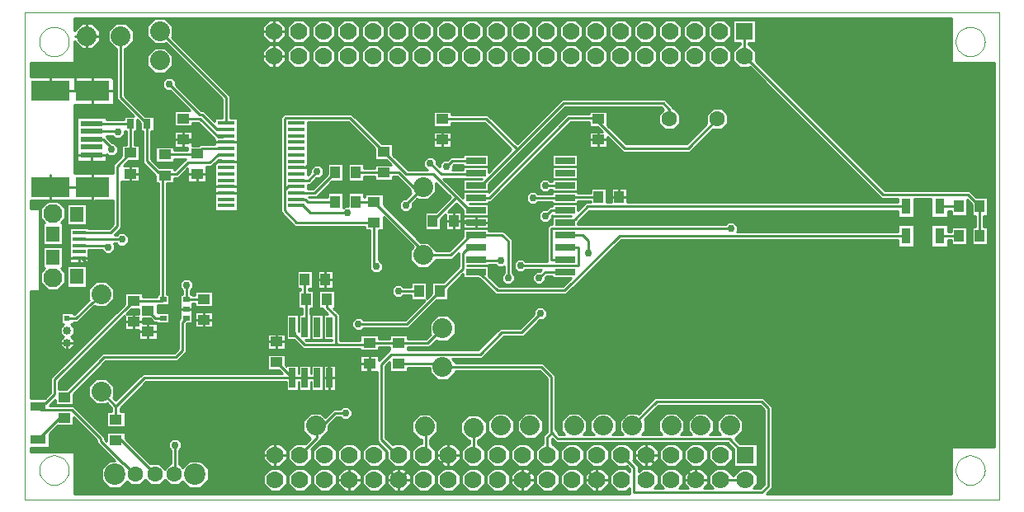
<source format=gbr>
G04 PROTEUS GERBER X2 FILE*
%TF.GenerationSoftware,Labcenter,Proteus,8.16-SP3-Build36097*%
%TF.CreationDate,2025-11-07T09:36:06+00:00*%
%TF.FileFunction,Copper,L1,Top*%
%TF.FilePolarity,Positive*%
%TF.Part,Single*%
%TF.SameCoordinates,{7cfba198-d274-4d3b-beed-790fb78b42e9}*%
%FSLAX45Y45*%
%MOMM*%
G01*
%TA.AperFunction,Conductor*%
%ADD10C,0.254000*%
%TA.AperFunction,ViaPad*%
%ADD11C,0.762000*%
%TA.AperFunction,SMDPad,CuDef*%
%ADD12R,2.300000X0.500000*%
%ADD13R,3.500000X2.000000*%
%ADD14R,4.000000X2.000000*%
%TA.AperFunction,ComponentPad*%
%ADD15R,1.778000X1.778000*%
%ADD16C,1.778000*%
%TA.AperFunction,ComponentPad*%
%ADD17C,1.600000*%
%TA.AperFunction,ComponentPad*%
%ADD18C,2.200000*%
%TA.AperFunction,SMDPad,CuDef*%
%ADD19R,1.524000X0.889000*%
%ADD70R,1.270000X1.016000*%
%TA.AperFunction,ComponentPad*%
%ADD71C,2.032000*%
%TA.AperFunction,WasherPad*%
%ADD20R,0.601040X0.601040*%
%TA.AperFunction,ComponentPad*%
%ADD21C,0.850000*%
%TA.AperFunction,SMDPad,CuDef*%
%ADD22R,0.635000X0.508000*%
%TA.AperFunction,SMDPad,CuDef*%
%ADD23R,0.635000X2.032000*%
%TA.AperFunction,SMDPad,CuDef*%
%ADD24R,1.016000X1.270000*%
%TA.AperFunction,SMDPad,CuDef*%
%ADD25R,2.032000X0.635000*%
%TA.AperFunction,SMDPad,CuDef*%
%ADD26R,1.752600X0.457200*%
%TA.AperFunction,SMDPad,CuDef*%
%ADD27R,0.787400X0.990600*%
%ADD28R,0.889000X1.524000*%
%TA.AperFunction,SMDPad,CuDef*%
%ADD29R,1.350000X0.400000*%
%TA.AperFunction,ComponentPad*%
%ADD72C,1.950000*%
%TA.AperFunction,SMDPad,CuDef*%
%ADD73R,1.400000X1.600000*%
%TA.AperFunction,Profile*%
%ADD30C,0.101600*%
%TD.AperFunction*%
%TA.AperFunction,Conductor*%
G36*
X+9490000Y+4500000D02*
X+9930120Y+4500000D01*
X+9930120Y+550000D01*
X+9490000Y+550000D01*
X+9490000Y+68880D01*
X+7593694Y+68880D01*
X+7653179Y+128365D01*
X+7653179Y+970385D01*
X+7564385Y+1059179D01*
X+6448115Y+1059179D01*
X+6282862Y+893926D01*
X+6274709Y+902079D01*
X+6165291Y+902079D01*
X+6087921Y+824709D01*
X+6087921Y+715291D01*
X+6125033Y+678179D01*
X+6014967Y+678179D01*
X+6052079Y+715291D01*
X+6052079Y+824709D01*
X+5974709Y+902079D01*
X+5865291Y+902079D01*
X+5787921Y+824709D01*
X+5787921Y+715291D01*
X+5825033Y+678179D01*
X+5714967Y+678179D01*
X+5752079Y+715291D01*
X+5752079Y+824709D01*
X+5674709Y+902079D01*
X+5565291Y+902079D01*
X+5487921Y+824709D01*
X+5487921Y+715291D01*
X+5525033Y+678179D01*
X+5468885Y+678179D01*
X+5450679Y+696385D01*
X+5450679Y+716385D01*
X+5430679Y+736385D01*
X+5430679Y+1287885D01*
X+5305385Y+1413179D01*
X+4402079Y+1413179D01*
X+4402079Y+1424709D01*
X+4366601Y+1460187D01*
X+4671992Y+1460187D01*
X+4900266Y+1688461D01*
X+5103174Y+1688461D01*
X+5266191Y+1851478D01*
X+5302112Y+1851478D01*
X+5342285Y+1891651D01*
X+5342285Y+1948463D01*
X+5302112Y+1988636D01*
X+5245300Y+1988636D01*
X+5205127Y+1948463D01*
X+5205127Y+1912542D01*
X+5067404Y+1774819D01*
X+4864496Y+1774819D01*
X+4636222Y+1546545D01*
X+3913979Y+1546545D01*
X+3913979Y+1573038D01*
X+4134102Y+1573038D01*
X+4207138Y+1646074D01*
X+4215291Y+1637921D01*
X+4324709Y+1637921D01*
X+4402079Y+1715291D01*
X+4402079Y+1824709D01*
X+4324709Y+1902079D01*
X+4215291Y+1902079D01*
X+4137921Y+1824709D01*
X+4137921Y+1715291D01*
X+4146074Y+1707138D01*
X+4098332Y+1659396D01*
X+3913979Y+1659396D01*
X+3913979Y+1701279D01*
X+3726021Y+1701279D01*
X+3726021Y+1663179D01*
X+3613979Y+1663179D01*
X+3613979Y+1701279D01*
X+3426021Y+1701279D01*
X+3426021Y+1643179D01*
X+3216692Y+1643179D01*
X+3216692Y+1913886D01*
X+3154557Y+1976021D01*
X+3164639Y+1976021D01*
X+3164639Y+2163979D01*
X+3002081Y+2163979D01*
X+3002081Y+1976021D01*
X+3040181Y+1976021D01*
X+3040181Y+1968269D01*
X+3096021Y+1912429D01*
X+3048271Y+1912429D01*
X+3048271Y+1648271D01*
X+3130334Y+1648271D01*
X+3130334Y+1643179D01*
X+2870229Y+1643179D01*
X+2865137Y+1648271D01*
X+2918729Y+1648271D01*
X+2918729Y+1912429D01*
X+2913179Y+1912429D01*
X+2913179Y+1976021D01*
X+2951279Y+1976021D01*
X+2951279Y+2163979D01*
X+2899819Y+2163979D01*
X+2899819Y+2176021D01*
X+2937919Y+2176021D01*
X+2937919Y+2363979D01*
X+2775361Y+2363979D01*
X+2775361Y+2176021D01*
X+2813461Y+2176021D01*
X+2813461Y+2163979D01*
X+2788721Y+2163979D01*
X+2788721Y+1976021D01*
X+2826821Y+1976021D01*
X+2826821Y+1912429D01*
X+2794271Y+1912429D01*
X+2794271Y+1734437D01*
X+2791729Y+1740809D01*
X+2791729Y+1912429D01*
X+2667271Y+1912429D01*
X+2667271Y+1648271D01*
X+2743009Y+1648271D01*
X+2834459Y+1556821D01*
X+3426021Y+1556821D01*
X+3426021Y+1538721D01*
X+3613979Y+1538721D01*
X+3613979Y+1576821D01*
X+3726021Y+1576821D01*
X+3726021Y+1546545D01*
X+3723997Y+1546545D01*
X+3613979Y+1436527D01*
X+3613979Y+1487919D01*
X+3426021Y+1487919D01*
X+3426021Y+1325361D01*
X+3596821Y+1325361D01*
X+3596821Y+612115D01*
X+3704621Y+504315D01*
X+3704621Y+420552D01*
X+3774552Y+350621D01*
X+3873448Y+350621D01*
X+3943379Y+420552D01*
X+3943379Y+519448D01*
X+3873448Y+589379D01*
X+3774552Y+589379D01*
X+3758118Y+572945D01*
X+3683179Y+647884D01*
X+3683179Y+1383599D01*
X+3726021Y+1426441D01*
X+3726021Y+1325361D01*
X+3913979Y+1325361D01*
X+3913979Y+1363461D01*
X+4137921Y+1363461D01*
X+4137921Y+1315291D01*
X+4215291Y+1237921D01*
X+4324709Y+1237921D01*
X+4402079Y+1315291D01*
X+4402079Y+1326821D01*
X+5269615Y+1326821D01*
X+5344321Y+1252115D01*
X+5344321Y+706385D01*
X+5304822Y+666886D01*
X+5304822Y+649000D01*
X+5304821Y+589379D01*
X+5298552Y+589379D01*
X+5228621Y+519448D01*
X+5228621Y+420552D01*
X+5298552Y+350621D01*
X+5397448Y+350621D01*
X+5467379Y+420552D01*
X+5467379Y+519448D01*
X+5397448Y+589379D01*
X+5391178Y+589379D01*
X+5391178Y+631114D01*
X+5392500Y+632436D01*
X+5433115Y+591821D01*
X+7197115Y+591821D01*
X+7260621Y+528315D01*
X+7260621Y+350621D01*
X+7499379Y+350621D01*
X+7499379Y+589379D01*
X+7321685Y+589379D01*
X+7273143Y+637921D01*
X+7274709Y+637921D01*
X+7352079Y+715291D01*
X+7352079Y+824709D01*
X+7274709Y+902079D01*
X+7165291Y+902079D01*
X+7087921Y+824709D01*
X+7087921Y+715291D01*
X+7125033Y+678179D01*
X+7014967Y+678179D01*
X+7052079Y+715291D01*
X+7052079Y+824709D01*
X+6974709Y+902079D01*
X+6865291Y+902079D01*
X+6787921Y+824709D01*
X+6787921Y+715291D01*
X+6825033Y+678179D01*
X+6714967Y+678179D01*
X+6752079Y+715291D01*
X+6752079Y+824709D01*
X+6674709Y+902079D01*
X+6565291Y+902079D01*
X+6487921Y+824709D01*
X+6487921Y+715291D01*
X+6525033Y+678179D01*
X+6314967Y+678179D01*
X+6352079Y+715291D01*
X+6352079Y+824709D01*
X+6343926Y+832862D01*
X+6483885Y+972821D01*
X+7528615Y+972821D01*
X+7566821Y+934615D01*
X+7566821Y+164135D01*
X+7528615Y+125929D01*
X+7458756Y+125929D01*
X+7499379Y+166552D01*
X+7499379Y+265448D01*
X+7429448Y+335379D01*
X+7330552Y+335379D01*
X+7260621Y+265448D01*
X+7260621Y+259179D01*
X+7245379Y+259179D01*
X+7245379Y+265448D01*
X+7175448Y+335379D01*
X+7076552Y+335379D01*
X+7006621Y+265448D01*
X+7006621Y+166552D01*
X+7047244Y+125929D01*
X+6950756Y+125929D01*
X+6991379Y+166552D01*
X+6991379Y+265448D01*
X+6921448Y+335379D01*
X+6822552Y+335379D01*
X+6752621Y+265448D01*
X+6752621Y+166552D01*
X+6793244Y+125929D01*
X+6696756Y+125929D01*
X+6737379Y+166552D01*
X+6737379Y+265448D01*
X+6667448Y+335379D01*
X+6568552Y+335379D01*
X+6498621Y+265448D01*
X+6498621Y+166552D01*
X+6539244Y+125929D01*
X+6442756Y+125929D01*
X+6483379Y+166552D01*
X+6483379Y+265448D01*
X+6413448Y+335379D01*
X+6314552Y+335379D01*
X+6280179Y+301006D01*
X+6280179Y+360885D01*
X+6224945Y+416118D01*
X+6229379Y+420552D01*
X+6229379Y+519448D01*
X+6159448Y+589379D01*
X+6060552Y+589379D01*
X+5990621Y+519448D01*
X+5990621Y+420552D01*
X+6060552Y+350621D01*
X+6159448Y+350621D01*
X+6163881Y+355054D01*
X+6193821Y+325115D01*
X+6193821Y+301006D01*
X+6159448Y+335379D01*
X+6060552Y+335379D01*
X+5990621Y+265448D01*
X+5990621Y+166552D01*
X+6060552Y+96621D01*
X+6159448Y+96621D01*
X+6193821Y+130994D01*
X+6193821Y+68880D01*
X+490000Y+68880D01*
X+490000Y+500000D01*
X+41880Y+500000D01*
X+41880Y+544911D01*
X+236839Y+544911D01*
X+236839Y+685775D01*
X+319785Y+768721D01*
X+483979Y+768721D01*
X+483979Y+853029D01*
X+721998Y+615010D01*
X+721998Y+594401D01*
X+905920Y+410479D01*
X+851812Y+410479D01*
X+769521Y+328188D01*
X+769521Y+211812D01*
X+851812Y+129521D01*
X+968188Y+129521D01*
X+1036213Y+197546D01*
X+1074238Y+159521D01*
X+1165762Y+159521D01*
X+1220000Y+213759D01*
X+1274238Y+159521D01*
X+1365762Y+159521D01*
X+1420000Y+213759D01*
X+1474238Y+159521D01*
X+1565762Y+159521D01*
X+1603787Y+197546D01*
X+1671812Y+129521D01*
X+1788188Y+129521D01*
X+1870479Y+211812D01*
X+1870479Y+328188D01*
X+1788188Y+410479D01*
X+1671812Y+410479D01*
X+1603787Y+342454D01*
X+1565762Y+380479D01*
X+1565417Y+380479D01*
X+1565417Y+517335D01*
X+1590817Y+542735D01*
X+1590817Y+599547D01*
X+1550644Y+639720D01*
X+1493832Y+639720D01*
X+1453659Y+599547D01*
X+1453659Y+542735D01*
X+1479059Y+517335D01*
X+1479059Y+380479D01*
X+1474238Y+380479D01*
X+1420000Y+326241D01*
X+1365762Y+380479D01*
X+1274238Y+380479D01*
X+1272411Y+378652D01*
X+1013979Y+637085D01*
X+1013979Y+701279D01*
X+826021Y+701279D01*
X+826021Y+612506D01*
X+808356Y+630171D01*
X+808356Y+650780D01*
X+482742Y+976394D01*
X+237458Y+976394D01*
X+296021Y+1034957D01*
X+296021Y+982081D01*
X+483979Y+982081D01*
X+483979Y+1096275D01*
X+818107Y+1430403D01*
X+1553838Y+1430403D01*
X+1644964Y+1521529D01*
X+1644964Y+1815460D01*
X+1647105Y+1817601D01*
X+1704149Y+1817601D01*
X+1704149Y+2020801D01*
X+1726021Y+2020801D01*
X+1726021Y+1988721D01*
X+1913979Y+1988721D01*
X+1913979Y+2151279D01*
X+1726021Y+2151279D01*
X+1726021Y+2107159D01*
X+1704149Y+2107159D01*
X+1704149Y+2119859D01*
X+1685099Y+2119859D01*
X+1685099Y+2159371D01*
X+1710499Y+2184771D01*
X+1710499Y+2241583D01*
X+1670326Y+2281756D01*
X+1613514Y+2281756D01*
X+1573341Y+2241583D01*
X+1573341Y+2184771D01*
X+1598741Y+2159371D01*
X+1598741Y+2119859D01*
X+1579691Y+2119859D01*
X+1579691Y+1872315D01*
X+1558606Y+1851230D01*
X+1558606Y+1557299D01*
X+1518068Y+1516761D01*
X+782337Y+1516761D01*
X+410215Y+1144639D01*
X+334741Y+1144639D01*
X+334741Y+1223677D01*
X+1006021Y+1894957D01*
X+1006021Y+1755361D01*
X+1156021Y+1755361D01*
X+1156021Y+1655361D01*
X+1343979Y+1655361D01*
X+1343979Y+1817601D01*
X+1465389Y+1817601D01*
X+1465389Y+1929359D01*
X+1343979Y+1929359D01*
X+1343979Y+2006821D01*
X+1407065Y+2006821D01*
X+1408345Y+2008101D01*
X+1465389Y+2008101D01*
X+1465389Y+2119859D01*
X+1442359Y+2119859D01*
X+1442359Y+3258721D01*
X+1513979Y+3258721D01*
X+1513979Y+3309903D01*
X+1556305Y+3309903D01*
X+1656021Y+3409619D01*
X+1656021Y+3268721D01*
X+1843979Y+3268721D01*
X+1843979Y+3429250D01*
X+1899768Y+3429250D01*
X+1931891Y+3461373D01*
X+1931891Y+2976661D01*
X+2168109Y+2976661D01*
X+2168109Y+3928339D01*
X+2093179Y+3928339D01*
X+2093179Y+4157885D01*
X+1493926Y+4757138D01*
X+1502079Y+4765291D01*
X+1502079Y+4874709D01*
X+1424709Y+4952079D01*
X+1315291Y+4952079D01*
X+1237921Y+4874709D01*
X+1237921Y+4765291D01*
X+1315291Y+4687921D01*
X+1424709Y+4687921D01*
X+1432862Y+4696074D01*
X+2006821Y+4122115D01*
X+2006821Y+3928339D01*
X+1931891Y+3928339D01*
X+1931891Y+3896472D01*
X+1818644Y+4009719D01*
X+1794621Y+4009719D01*
X+1533377Y+4270963D01*
X+1533377Y+4306884D01*
X+1493204Y+4347057D01*
X+1436392Y+4347057D01*
X+1396219Y+4306884D01*
X+1396219Y+4250072D01*
X+1436392Y+4209899D01*
X+1472313Y+4209899D01*
X+1677573Y+4004639D01*
X+1516021Y+4004639D01*
X+1516021Y+3842081D01*
X+1703979Y+3842081D01*
X+1703979Y+3880181D01*
X+1764989Y+3880181D01*
X+1931891Y+3713279D01*
X+1931891Y+3658179D01*
X+1783755Y+3658179D01*
X+1770215Y+3644639D01*
X+1703979Y+3644639D01*
X+1703979Y+3791279D01*
X+1516021Y+3791279D01*
X+1516021Y+3628721D01*
X+1656021Y+3628721D01*
X+1656021Y+3596539D01*
X+1513979Y+3596539D01*
X+1513979Y+3634639D01*
X+1326021Y+3634639D01*
X+1326021Y+3472081D01*
X+1513979Y+3472081D01*
X+1513979Y+3510181D01*
X+1634455Y+3510181D01*
X+1520535Y+3396261D01*
X+1513979Y+3396261D01*
X+1513979Y+3421279D01*
X+1365341Y+3421279D01*
X+1283179Y+3503441D01*
X+1283179Y+3789991D01*
X+1309849Y+3789991D01*
X+1309849Y+3950009D01*
X+1221055Y+3950009D01*
X+1013179Y+4157885D01*
X+1013179Y+4637921D01*
X+1024709Y+4637921D01*
X+1102079Y+4715291D01*
X+1102079Y+4824709D01*
X+1024709Y+4902079D01*
X+915291Y+4902079D01*
X+837921Y+4824709D01*
X+837921Y+4715291D01*
X+915291Y+4637921D01*
X+926821Y+4637921D01*
X+926821Y+4122115D01*
X+1098927Y+3950009D01*
X+1000151Y+3950009D01*
X+1000151Y+3913179D01*
X+825639Y+3913179D01*
X+825639Y+3935639D01*
X+514361Y+3935639D01*
X+514361Y+3484361D01*
X+825639Y+3484361D01*
X+825639Y+3555839D01*
X+844650Y+3536828D01*
X+901462Y+3536828D01*
X+941635Y+3577001D01*
X+941635Y+3633813D01*
X+901462Y+3673986D01*
X+884668Y+3673986D01*
X+825639Y+3733015D01*
X+825639Y+3746821D01*
X+885461Y+3746821D01*
X+913231Y+3719051D01*
X+970043Y+3719051D01*
X+1010216Y+3759224D01*
X+1010216Y+3789991D01*
X+1026821Y+3789991D01*
X+1026821Y+3651279D01*
X+976021Y+3651279D01*
X+976021Y+3537085D01*
X+890689Y+3451753D01*
X+890689Y+3360639D01*
X+490000Y+3360639D01*
X+490000Y+4069361D01*
X+895639Y+4069361D01*
X+895639Y+4350639D01*
X+512040Y+4350639D01*
X+529750Y+4368349D01*
X+529750Y+4394651D01*
X+511151Y+4413250D01*
X+484849Y+4413250D01*
X+466250Y+4394651D01*
X+466250Y+4368349D01*
X+483960Y+4350639D01*
X+41880Y+4350639D01*
X+41880Y+4500000D01*
X+490000Y+4500000D01*
X+490000Y+4713212D01*
X+565291Y+4637921D01*
X+674709Y+4637921D01*
X+752079Y+4715291D01*
X+752079Y+4824709D01*
X+674709Y+4902079D01*
X+565291Y+4902079D01*
X+490000Y+4826788D01*
X+490000Y+4957120D01*
X+9490000Y+4957120D01*
X+9490000Y+4500000D01*
G37*
%TD.AperFunction*%
%LPC*%
G36*
X+7489379Y+4700621D02*
X+7413179Y+4700621D01*
X+7413179Y+4685379D01*
X+7419448Y+4685379D01*
X+7489379Y+4615448D01*
X+7489379Y+4516552D01*
X+7484945Y+4512118D01*
X+8811543Y+3185521D01*
X+9678903Y+3185521D01*
X+9750445Y+3113979D01*
X+9864639Y+3113979D01*
X+9864639Y+2926021D01*
X+9826539Y+2926021D01*
X+9826539Y+2813979D01*
X+9864639Y+2813979D01*
X+9864639Y+2626021D01*
X+9702081Y+2626021D01*
X+9702081Y+2813979D01*
X+9740181Y+2813979D01*
X+9740181Y+2926021D01*
X+9702081Y+2926021D01*
X+9702081Y+3040215D01*
X+9651279Y+3091017D01*
X+9651279Y+2926021D01*
X+9488721Y+2926021D01*
X+9488721Y+2976821D01*
X+9455089Y+2976821D01*
X+9455089Y+2903161D01*
X+9284911Y+2903161D01*
X+9284911Y+3099163D01*
X+9115089Y+3099163D01*
X+9115089Y+2903161D01*
X+8944911Y+2903161D01*
X+8944911Y+2976821D01*
X+5777885Y+2976821D01*
X+5659279Y+2858215D01*
X+5659279Y+2837179D01*
X+7175194Y+2837179D01*
X+7200594Y+2862579D01*
X+7257406Y+2862579D01*
X+7297579Y+2822406D01*
X+7297579Y+2765594D01*
X+7295164Y+2763179D01*
X+8944911Y+2763179D01*
X+8944911Y+2836839D01*
X+9115089Y+2836839D01*
X+9115089Y+2603161D01*
X+8944911Y+2603161D01*
X+8944911Y+2676821D01*
X+6105061Y+2676821D01*
X+5542919Y+2114679D01*
X+4814257Y+2114679D01*
X+4648060Y+2280874D01*
X+4636329Y+2286271D01*
X+4480721Y+2286271D01*
X+4480721Y+2326297D01*
X+4324639Y+2170215D01*
X+4324639Y+2056021D01*
X+4210445Y+2056021D01*
X+3925159Y+1770735D01*
X+3462540Y+1770735D01*
X+3437140Y+1745335D01*
X+3380328Y+1745335D01*
X+3340155Y+1785508D01*
X+3340155Y+1842320D01*
X+3380328Y+1882493D01*
X+3437140Y+1882493D01*
X+3462540Y+1857093D01*
X+3889389Y+1857093D01*
X+4088317Y+2056021D01*
X+3948721Y+2056021D01*
X+3948721Y+2106821D01*
X+3871025Y+2106821D01*
X+3845625Y+2081421D01*
X+3788813Y+2081421D01*
X+3748640Y+2121594D01*
X+3748640Y+2178406D01*
X+3788813Y+2218579D01*
X+3845625Y+2218579D01*
X+3871025Y+2193179D01*
X+3948721Y+2193179D01*
X+3948721Y+2243979D01*
X+4111279Y+2243979D01*
X+4111279Y+2078983D01*
X+4162081Y+2129785D01*
X+4162081Y+2243979D01*
X+4276275Y+2243979D01*
X+4434517Y+2402221D01*
X+4434517Y+2540476D01*
X+4370862Y+2476821D01*
X+4202079Y+2476821D01*
X+4202079Y+2465291D01*
X+4124709Y+2387921D01*
X+4015291Y+2387921D01*
X+3937921Y+2465291D01*
X+3937921Y+2574709D01*
X+3971074Y+2607862D01*
X+3663979Y+2914957D01*
X+3663979Y+2775361D01*
X+3613179Y+2775361D01*
X+3613179Y+2471593D01*
X+3618406Y+2471593D01*
X+3658579Y+2431420D01*
X+3658579Y+2374608D01*
X+3618406Y+2334435D01*
X+3561594Y+2334435D01*
X+3521421Y+2374608D01*
X+3521421Y+2431420D01*
X+3526821Y+2436820D01*
X+3526821Y+2775361D01*
X+3476021Y+2775361D01*
X+3476021Y+2813461D01*
X+2754397Y+2813461D01*
X+2606277Y+2961581D01*
X+2606277Y+3211784D01*
X+2608623Y+3214130D01*
X+2608623Y+3938132D01*
X+2643561Y+3973070D01*
X+3341354Y+3973070D01*
X+3649785Y+3664639D01*
X+3763979Y+3664639D01*
X+3763979Y+3550445D01*
X+3917703Y+3396721D01*
X+4112381Y+3396721D01*
X+4074999Y+3434103D01*
X+4074999Y+3490915D01*
X+4115172Y+3531088D01*
X+4171984Y+3531088D01*
X+4212157Y+3490915D01*
X+4212157Y+3454994D01*
X+4239421Y+3427730D01*
X+4239421Y+3457406D01*
X+4279594Y+3497579D01*
X+4315515Y+3497579D01*
X+4352615Y+3534679D01*
X+4480721Y+3534679D01*
X+4480721Y+3553729D01*
X+4744879Y+3553729D01*
X+4744879Y+3429271D01*
X+4480721Y+3429271D01*
X+4480721Y+3448321D01*
X+4388385Y+3448321D01*
X+4376579Y+3436515D01*
X+4376579Y+3400594D01*
X+4368968Y+3392983D01*
X+4480721Y+3392983D01*
X+4480721Y+3426729D01*
X+4744879Y+3426729D01*
X+4744879Y+3373509D01*
X+4975153Y+3603783D01*
X+4702115Y+3876821D01*
X+4363979Y+3876821D01*
X+4363979Y+3838721D01*
X+4176021Y+3838721D01*
X+4176021Y+4001279D01*
X+4363979Y+4001279D01*
X+4363979Y+3963179D01*
X+4737885Y+3963179D01*
X+5036217Y+3664847D01*
X+5494721Y+4123351D01*
X+6551493Y+4123351D01*
X+6643179Y+4031665D01*
X+6643179Y+4030479D01*
X+6645762Y+4030479D01*
X+6710479Y+3965762D01*
X+6710479Y+3874238D01*
X+6645762Y+3809521D01*
X+6554238Y+3809521D01*
X+6489521Y+3874238D01*
X+6489521Y+3965762D01*
X+6538237Y+4014478D01*
X+6515723Y+4036993D01*
X+5530491Y+4036993D01*
X+4744879Y+3251381D01*
X+4744879Y+3175271D01*
X+4480721Y+3175271D01*
X+4480721Y+3299729D01*
X+4671099Y+3299729D01*
X+4673641Y+3302271D01*
X+4480721Y+3302271D01*
X+4480721Y+3306625D01*
X+4280140Y+3306625D01*
X+4480721Y+3106043D01*
X+4480721Y+3172729D01*
X+4744879Y+3172729D01*
X+4744879Y+3166983D01*
X+5550014Y+3972118D01*
X+5776021Y+3972118D01*
X+5776021Y+4001279D01*
X+5963979Y+4001279D01*
X+5963979Y+3857085D01*
X+6157885Y+3663179D01*
X+6772115Y+3663179D01*
X+6981347Y+3872411D01*
X+6979521Y+3874238D01*
X+6979521Y+3965762D01*
X+7044238Y+4030479D01*
X+7135762Y+4030479D01*
X+7200479Y+3965762D01*
X+7200479Y+3874238D01*
X+7135762Y+3809521D01*
X+7044238Y+3809521D01*
X+7042411Y+3811347D01*
X+6807885Y+3576821D01*
X+6122115Y+3576821D01*
X+5963979Y+3734956D01*
X+5963979Y+3625361D01*
X+5776021Y+3625361D01*
X+5776021Y+3787919D01*
X+5911016Y+3787919D01*
X+5860214Y+3838721D01*
X+5776021Y+3838721D01*
X+5776021Y+3885760D01*
X+5585784Y+3885760D01*
X+4767345Y+3067321D01*
X+4744879Y+3067321D01*
X+4744879Y+3048271D01*
X+4551430Y+3048271D01*
X+4560761Y+3045729D01*
X+4744879Y+3045729D01*
X+4744879Y+2921271D01*
X+4480721Y+2921271D01*
X+4480721Y+2983915D01*
X+4412850Y+3051786D01*
X+4325043Y+2963979D01*
X+4464639Y+2963979D01*
X+4464639Y+2776021D01*
X+4302081Y+2776021D01*
X+4302081Y+2941017D01*
X+4251279Y+2890215D01*
X+4251279Y+2776021D01*
X+4088721Y+2776021D01*
X+4088721Y+2963979D01*
X+4202915Y+2963979D01*
X+4351786Y+3112850D01*
X+4202079Y+3262558D01*
X+4202079Y+3165291D01*
X+4124709Y+3087921D01*
X+4015291Y+3087921D01*
X+4007138Y+3096074D01*
X+3961719Y+3050655D01*
X+3961719Y+3005250D01*
X+3921546Y+2965077D01*
X+3864734Y+2965077D01*
X+3824561Y+3005250D01*
X+3824561Y+3062062D01*
X+3864734Y+3102235D01*
X+3891171Y+3102235D01*
X+3946074Y+3157138D01*
X+3937921Y+3165291D01*
X+3937921Y+3193310D01*
X+3804410Y+3326821D01*
X+3763979Y+3326821D01*
X+3763979Y+3288721D01*
X+3576021Y+3288721D01*
X+3576021Y+3326821D01*
X+3464639Y+3326821D01*
X+3464639Y+3276021D01*
X+3302081Y+3276021D01*
X+3302081Y+3463979D01*
X+3464639Y+3463979D01*
X+3464639Y+3413179D01*
X+3576021Y+3413179D01*
X+3576021Y+3451279D01*
X+3741016Y+3451279D01*
X+3690215Y+3502081D01*
X+3576021Y+3502081D01*
X+3576021Y+3616275D01*
X+3305584Y+3886712D01*
X+2888109Y+3886712D01*
X+2888109Y+3344205D01*
X+2915670Y+3371766D01*
X+2915670Y+3407687D01*
X+2955843Y+3447860D01*
X+3012655Y+3447860D01*
X+3052828Y+3407687D01*
X+3052828Y+3350875D01*
X+3012655Y+3310702D01*
X+2976734Y+3310702D01*
X+2912853Y+3246821D01*
X+2888109Y+3246821D01*
X+2888109Y+3203179D01*
X+2942115Y+3203179D01*
X+3088721Y+3349785D01*
X+3088721Y+3463979D01*
X+3251279Y+3463979D01*
X+3251279Y+3276021D01*
X+3137085Y+3276021D01*
X+2977885Y+3116821D01*
X+2899541Y+3116821D01*
X+2903183Y+3113179D01*
X+3088721Y+3113179D01*
X+3088721Y+3163979D01*
X+3251279Y+3163979D01*
X+3251279Y+3005731D01*
X+3267489Y+3021941D01*
X+3302081Y+3021941D01*
X+3302081Y+3163979D01*
X+3464639Y+3163979D01*
X+3464639Y+3113179D01*
X+3476021Y+3113179D01*
X+3476021Y+3151279D01*
X+3663979Y+3151279D01*
X+3663979Y+3037085D01*
X+4048985Y+2652079D01*
X+4124709Y+2652079D01*
X+4202079Y+2574709D01*
X+4202079Y+2563179D01*
X+4335092Y+2563179D01*
X+4480721Y+2708808D01*
X+4480721Y+2791729D01*
X+4744879Y+2791729D01*
X+4744879Y+2772679D01*
X+4897385Y+2772679D01*
X+4986179Y+2683885D01*
X+4986179Y+2339806D01*
X+5011579Y+2314406D01*
X+5011579Y+2257594D01*
X+4971406Y+2217421D01*
X+4914594Y+2217421D01*
X+4874421Y+2257594D01*
X+4874421Y+2314406D01*
X+4899821Y+2339806D01*
X+4899821Y+2403278D01*
X+4896449Y+2399906D01*
X+4839637Y+2399906D01*
X+4814237Y+2425306D01*
X+4744879Y+2425306D01*
X+4744879Y+2413271D01*
X+4520875Y+2413271D01*
X+4520875Y+2410729D01*
X+4744879Y+2410729D01*
X+4744879Y+2306185D01*
X+4850027Y+2201037D01*
X+5507149Y+2201037D01*
X+5592383Y+2286271D01*
X+5395121Y+2286271D01*
X+5395121Y+2305321D01*
X+5340885Y+2305321D01*
X+5329079Y+2293515D01*
X+5329079Y+2257594D01*
X+5288906Y+2217421D01*
X+5232094Y+2217421D01*
X+5191921Y+2257594D01*
X+5191921Y+2314406D01*
X+5232094Y+2354579D01*
X+5268015Y+2354579D01*
X+5283257Y+2369821D01*
X+5123806Y+2369821D01*
X+5098406Y+2344421D01*
X+5041594Y+2344421D01*
X+5001421Y+2384594D01*
X+5001421Y+2441406D01*
X+5041594Y+2481579D01*
X+5098406Y+2481579D01*
X+5123806Y+2456179D01*
X+5345757Y+2456179D01*
X+5344321Y+2457615D01*
X+5344321Y+2811885D01*
X+5369615Y+2837179D01*
X+5395121Y+2837179D01*
X+5395121Y+2918729D01*
X+5577153Y+2918729D01*
X+5586206Y+2921271D01*
X+5395121Y+2921271D01*
X+5395121Y+2931057D01*
X+5392579Y+2928515D01*
X+5392579Y+2892594D01*
X+5352406Y+2852421D01*
X+5295594Y+2852421D01*
X+5255421Y+2892594D01*
X+5255421Y+2949406D01*
X+5295594Y+2989579D01*
X+5331515Y+2989579D01*
X+5368615Y+3026679D01*
X+5395121Y+3026679D01*
X+5395121Y+3045729D01*
X+5659279Y+3045729D01*
X+5659279Y+2980343D01*
X+5742115Y+3063179D01*
X+5788721Y+3063179D01*
X+5788721Y+3076821D01*
X+5659279Y+3076821D01*
X+5659279Y+3048271D01*
X+5395121Y+3048271D01*
X+5395121Y+3067321D01*
X+5249806Y+3067321D01*
X+5225406Y+3042921D01*
X+5168594Y+3042921D01*
X+5128421Y+3083094D01*
X+5128421Y+3139906D01*
X+5168594Y+3180079D01*
X+5225406Y+3180079D01*
X+5251806Y+3153679D01*
X+5395121Y+3153679D01*
X+5395121Y+3172729D01*
X+5659279Y+3172729D01*
X+5659279Y+3163179D01*
X+5788721Y+3163179D01*
X+5788721Y+3213979D01*
X+5951279Y+3213979D01*
X+5951279Y+3063179D01*
X+6002081Y+3063179D01*
X+6002081Y+3213979D01*
X+6164639Y+3213979D01*
X+6164639Y+3063179D01*
X+8944911Y+3063179D01*
X+8944911Y+3099163D01*
X+8775773Y+3099163D01*
X+7423881Y+4451054D01*
X+7419448Y+4446621D01*
X+7320552Y+4446621D01*
X+7250621Y+4516552D01*
X+7250621Y+4615448D01*
X+7320552Y+4685379D01*
X+7326821Y+4685379D01*
X+7326821Y+4700621D01*
X+7250621Y+4700621D01*
X+7250621Y+4939379D01*
X+7489379Y+4939379D01*
X+7489379Y+4700621D01*
G37*
G36*
X+7235379Y+4869448D02*
X+7235379Y+4770552D01*
X+7165448Y+4700621D01*
X+7066552Y+4700621D01*
X+6996621Y+4770552D01*
X+6996621Y+4869448D01*
X+7066552Y+4939379D01*
X+7165448Y+4939379D01*
X+7235379Y+4869448D01*
G37*
G36*
X+6981379Y+4869448D02*
X+6981379Y+4770552D01*
X+6911448Y+4700621D01*
X+6812552Y+4700621D01*
X+6742621Y+4770552D01*
X+6742621Y+4869448D01*
X+6812552Y+4939379D01*
X+6911448Y+4939379D01*
X+6981379Y+4869448D01*
G37*
G36*
X+6727379Y+4869448D02*
X+6727379Y+4770552D01*
X+6657448Y+4700621D01*
X+6558552Y+4700621D01*
X+6488621Y+4770552D01*
X+6488621Y+4869448D01*
X+6558552Y+4939379D01*
X+6657448Y+4939379D01*
X+6727379Y+4869448D01*
G37*
G36*
X+6473379Y+4869448D02*
X+6473379Y+4770552D01*
X+6403448Y+4700621D01*
X+6304552Y+4700621D01*
X+6234621Y+4770552D01*
X+6234621Y+4869448D01*
X+6304552Y+4939379D01*
X+6403448Y+4939379D01*
X+6473379Y+4869448D01*
G37*
G36*
X+6219379Y+4869448D02*
X+6219379Y+4770552D01*
X+6149448Y+4700621D01*
X+6050552Y+4700621D01*
X+5980621Y+4770552D01*
X+5980621Y+4869448D01*
X+6050552Y+4939379D01*
X+6149448Y+4939379D01*
X+6219379Y+4869448D01*
G37*
G36*
X+5965379Y+4869448D02*
X+5965379Y+4770552D01*
X+5895448Y+4700621D01*
X+5796552Y+4700621D01*
X+5726621Y+4770552D01*
X+5726621Y+4869448D01*
X+5796552Y+4939379D01*
X+5895448Y+4939379D01*
X+5965379Y+4869448D01*
G37*
G36*
X+5711379Y+4869448D02*
X+5711379Y+4770552D01*
X+5641448Y+4700621D01*
X+5542552Y+4700621D01*
X+5472621Y+4770552D01*
X+5472621Y+4869448D01*
X+5542552Y+4939379D01*
X+5641448Y+4939379D01*
X+5711379Y+4869448D01*
G37*
G36*
X+5457379Y+4869448D02*
X+5457379Y+4770552D01*
X+5387448Y+4700621D01*
X+5288552Y+4700621D01*
X+5218621Y+4770552D01*
X+5218621Y+4869448D01*
X+5288552Y+4939379D01*
X+5387448Y+4939379D01*
X+5457379Y+4869448D01*
G37*
G36*
X+5203379Y+4869448D02*
X+5203379Y+4770552D01*
X+5133448Y+4700621D01*
X+5034552Y+4700621D01*
X+4964621Y+4770552D01*
X+4964621Y+4869448D01*
X+5034552Y+4939379D01*
X+5133448Y+4939379D01*
X+5203379Y+4869448D01*
G37*
G36*
X+4949379Y+4869448D02*
X+4949379Y+4770552D01*
X+4879448Y+4700621D01*
X+4780552Y+4700621D01*
X+4710621Y+4770552D01*
X+4710621Y+4869448D01*
X+4780552Y+4939379D01*
X+4879448Y+4939379D01*
X+4949379Y+4869448D01*
G37*
G36*
X+4695379Y+4869448D02*
X+4695379Y+4770552D01*
X+4625448Y+4700621D01*
X+4526552Y+4700621D01*
X+4456621Y+4770552D01*
X+4456621Y+4869448D01*
X+4526552Y+4939379D01*
X+4625448Y+4939379D01*
X+4695379Y+4869448D01*
G37*
G36*
X+4441379Y+4869448D02*
X+4441379Y+4770552D01*
X+4371448Y+4700621D01*
X+4272552Y+4700621D01*
X+4202621Y+4770552D01*
X+4202621Y+4869448D01*
X+4272552Y+4939379D01*
X+4371448Y+4939379D01*
X+4441379Y+4869448D01*
G37*
G36*
X+4187379Y+4869448D02*
X+4187379Y+4770552D01*
X+4117448Y+4700621D01*
X+4018552Y+4700621D01*
X+3948621Y+4770552D01*
X+3948621Y+4869448D01*
X+4018552Y+4939379D01*
X+4117448Y+4939379D01*
X+4187379Y+4869448D01*
G37*
G36*
X+3933379Y+4869448D02*
X+3933379Y+4770552D01*
X+3863448Y+4700621D01*
X+3764552Y+4700621D01*
X+3694621Y+4770552D01*
X+3694621Y+4869448D01*
X+3764552Y+4939379D01*
X+3863448Y+4939379D01*
X+3933379Y+4869448D01*
G37*
G36*
X+3679379Y+4869448D02*
X+3679379Y+4770552D01*
X+3609448Y+4700621D01*
X+3510552Y+4700621D01*
X+3440621Y+4770552D01*
X+3440621Y+4869448D01*
X+3510552Y+4939379D01*
X+3609448Y+4939379D01*
X+3679379Y+4869448D01*
G37*
G36*
X+3425379Y+4869448D02*
X+3425379Y+4770552D01*
X+3355448Y+4700621D01*
X+3256552Y+4700621D01*
X+3186621Y+4770552D01*
X+3186621Y+4869448D01*
X+3256552Y+4939379D01*
X+3355448Y+4939379D01*
X+3425379Y+4869448D01*
G37*
G36*
X+3171379Y+4869448D02*
X+3171379Y+4770552D01*
X+3101448Y+4700621D01*
X+3002552Y+4700621D01*
X+2932621Y+4770552D01*
X+2932621Y+4869448D01*
X+3002552Y+4939379D01*
X+3101448Y+4939379D01*
X+3171379Y+4869448D01*
G37*
G36*
X+2917379Y+4869448D02*
X+2917379Y+4770552D01*
X+2847448Y+4700621D01*
X+2748552Y+4700621D01*
X+2678621Y+4770552D01*
X+2678621Y+4869448D01*
X+2748552Y+4939379D01*
X+2847448Y+4939379D01*
X+2917379Y+4869448D01*
G37*
G36*
X+2663379Y+4869448D02*
X+2663379Y+4770552D01*
X+2593448Y+4700621D01*
X+2494552Y+4700621D01*
X+2424621Y+4770552D01*
X+2424621Y+4869448D01*
X+2494552Y+4939379D01*
X+2593448Y+4939379D01*
X+2663379Y+4869448D01*
G37*
G36*
X+2663379Y+4615448D02*
X+2663379Y+4516552D01*
X+2593448Y+4446621D01*
X+2494552Y+4446621D01*
X+2424621Y+4516552D01*
X+2424621Y+4615448D01*
X+2494552Y+4685379D01*
X+2593448Y+4685379D01*
X+2663379Y+4615448D01*
G37*
G36*
X+2917379Y+4615448D02*
X+2917379Y+4516552D01*
X+2847448Y+4446621D01*
X+2748552Y+4446621D01*
X+2678621Y+4516552D01*
X+2678621Y+4615448D01*
X+2748552Y+4685379D01*
X+2847448Y+4685379D01*
X+2917379Y+4615448D01*
G37*
G36*
X+3171379Y+4615448D02*
X+3171379Y+4516552D01*
X+3101448Y+4446621D01*
X+3002552Y+4446621D01*
X+2932621Y+4516552D01*
X+2932621Y+4615448D01*
X+3002552Y+4685379D01*
X+3101448Y+4685379D01*
X+3171379Y+4615448D01*
G37*
G36*
X+3425379Y+4615448D02*
X+3425379Y+4516552D01*
X+3355448Y+4446621D01*
X+3256552Y+4446621D01*
X+3186621Y+4516552D01*
X+3186621Y+4615448D01*
X+3256552Y+4685379D01*
X+3355448Y+4685379D01*
X+3425379Y+4615448D01*
G37*
G36*
X+3679379Y+4615448D02*
X+3679379Y+4516552D01*
X+3609448Y+4446621D01*
X+3510552Y+4446621D01*
X+3440621Y+4516552D01*
X+3440621Y+4615448D01*
X+3510552Y+4685379D01*
X+3609448Y+4685379D01*
X+3679379Y+4615448D01*
G37*
G36*
X+3933379Y+4615448D02*
X+3933379Y+4516552D01*
X+3863448Y+4446621D01*
X+3764552Y+4446621D01*
X+3694621Y+4516552D01*
X+3694621Y+4615448D01*
X+3764552Y+4685379D01*
X+3863448Y+4685379D01*
X+3933379Y+4615448D01*
G37*
G36*
X+4187379Y+4615448D02*
X+4187379Y+4516552D01*
X+4117448Y+4446621D01*
X+4018552Y+4446621D01*
X+3948621Y+4516552D01*
X+3948621Y+4615448D01*
X+4018552Y+4685379D01*
X+4117448Y+4685379D01*
X+4187379Y+4615448D01*
G37*
G36*
X+4441379Y+4615448D02*
X+4441379Y+4516552D01*
X+4371448Y+4446621D01*
X+4272552Y+4446621D01*
X+4202621Y+4516552D01*
X+4202621Y+4615448D01*
X+4272552Y+4685379D01*
X+4371448Y+4685379D01*
X+4441379Y+4615448D01*
G37*
G36*
X+4695379Y+4615448D02*
X+4695379Y+4516552D01*
X+4625448Y+4446621D01*
X+4526552Y+4446621D01*
X+4456621Y+4516552D01*
X+4456621Y+4615448D01*
X+4526552Y+4685379D01*
X+4625448Y+4685379D01*
X+4695379Y+4615448D01*
G37*
G36*
X+4949379Y+4615448D02*
X+4949379Y+4516552D01*
X+4879448Y+4446621D01*
X+4780552Y+4446621D01*
X+4710621Y+4516552D01*
X+4710621Y+4615448D01*
X+4780552Y+4685379D01*
X+4879448Y+4685379D01*
X+4949379Y+4615448D01*
G37*
G36*
X+5203379Y+4615448D02*
X+5203379Y+4516552D01*
X+5133448Y+4446621D01*
X+5034552Y+4446621D01*
X+4964621Y+4516552D01*
X+4964621Y+4615448D01*
X+5034552Y+4685379D01*
X+5133448Y+4685379D01*
X+5203379Y+4615448D01*
G37*
G36*
X+5457379Y+4615448D02*
X+5457379Y+4516552D01*
X+5387448Y+4446621D01*
X+5288552Y+4446621D01*
X+5218621Y+4516552D01*
X+5218621Y+4615448D01*
X+5288552Y+4685379D01*
X+5387448Y+4685379D01*
X+5457379Y+4615448D01*
G37*
G36*
X+5711379Y+4615448D02*
X+5711379Y+4516552D01*
X+5641448Y+4446621D01*
X+5542552Y+4446621D01*
X+5472621Y+4516552D01*
X+5472621Y+4615448D01*
X+5542552Y+4685379D01*
X+5641448Y+4685379D01*
X+5711379Y+4615448D01*
G37*
G36*
X+5965379Y+4615448D02*
X+5965379Y+4516552D01*
X+5895448Y+4446621D01*
X+5796552Y+4446621D01*
X+5726621Y+4516552D01*
X+5726621Y+4615448D01*
X+5796552Y+4685379D01*
X+5895448Y+4685379D01*
X+5965379Y+4615448D01*
G37*
G36*
X+6219379Y+4615448D02*
X+6219379Y+4516552D01*
X+6149448Y+4446621D01*
X+6050552Y+4446621D01*
X+5980621Y+4516552D01*
X+5980621Y+4615448D01*
X+6050552Y+4685379D01*
X+6149448Y+4685379D01*
X+6219379Y+4615448D01*
G37*
G36*
X+6473379Y+4615448D02*
X+6473379Y+4516552D01*
X+6403448Y+4446621D01*
X+6304552Y+4446621D01*
X+6234621Y+4516552D01*
X+6234621Y+4615448D01*
X+6304552Y+4685379D01*
X+6403448Y+4685379D01*
X+6473379Y+4615448D01*
G37*
G36*
X+6727379Y+4615448D02*
X+6727379Y+4516552D01*
X+6657448Y+4446621D01*
X+6558552Y+4446621D01*
X+6488621Y+4516552D01*
X+6488621Y+4615448D01*
X+6558552Y+4685379D01*
X+6657448Y+4685379D01*
X+6727379Y+4615448D01*
G37*
G36*
X+6981379Y+4615448D02*
X+6981379Y+4516552D01*
X+6911448Y+4446621D01*
X+6812552Y+4446621D01*
X+6742621Y+4516552D01*
X+6742621Y+4615448D01*
X+6812552Y+4685379D01*
X+6911448Y+4685379D01*
X+6981379Y+4615448D01*
G37*
G36*
X+7235379Y+4615448D02*
X+7235379Y+4516552D01*
X+7165448Y+4446621D01*
X+7066552Y+4446621D01*
X+6996621Y+4516552D01*
X+6996621Y+4615448D01*
X+7066552Y+4685379D01*
X+7165448Y+4685379D01*
X+7235379Y+4615448D01*
G37*
G36*
X+7245379Y+519448D02*
X+7245379Y+420552D01*
X+7175448Y+350621D01*
X+7076552Y+350621D01*
X+7006621Y+420552D01*
X+7006621Y+519448D01*
X+7076552Y+589379D01*
X+7175448Y+589379D01*
X+7245379Y+519448D01*
G37*
G36*
X+6991379Y+519448D02*
X+6991379Y+420552D01*
X+6921448Y+350621D01*
X+6822552Y+350621D01*
X+6752621Y+420552D01*
X+6752621Y+519448D01*
X+6822552Y+589379D01*
X+6921448Y+589379D01*
X+6991379Y+519448D01*
G37*
G36*
X+6737379Y+519448D02*
X+6737379Y+420552D01*
X+6667448Y+350621D01*
X+6568552Y+350621D01*
X+6498621Y+420552D01*
X+6498621Y+519448D01*
X+6568552Y+589379D01*
X+6667448Y+589379D01*
X+6737379Y+519448D01*
G37*
G36*
X+6483379Y+519448D02*
X+6483379Y+420552D01*
X+6413448Y+350621D01*
X+6314552Y+350621D01*
X+6244621Y+420552D01*
X+6244621Y+519448D01*
X+6314552Y+589379D01*
X+6413448Y+589379D01*
X+6483379Y+519448D01*
G37*
G36*
X+5975379Y+519448D02*
X+5975379Y+420552D01*
X+5905448Y+350621D01*
X+5806552Y+350621D01*
X+5736621Y+420552D01*
X+5736621Y+519448D01*
X+5806552Y+589379D01*
X+5905448Y+589379D01*
X+5975379Y+519448D01*
G37*
G36*
X+5721379Y+519448D02*
X+5721379Y+420552D01*
X+5651448Y+350621D01*
X+5552552Y+350621D01*
X+5482621Y+420552D01*
X+5482621Y+519448D01*
X+5552552Y+589379D01*
X+5651448Y+589379D01*
X+5721379Y+519448D01*
G37*
G36*
X+5213379Y+519448D02*
X+5213379Y+420552D01*
X+5143448Y+350621D01*
X+5044552Y+350621D01*
X+4974621Y+420552D01*
X+4974621Y+519448D01*
X+5044552Y+589379D01*
X+5143448Y+589379D01*
X+5213379Y+519448D01*
G37*
G36*
X+4959379Y+519448D02*
X+4959379Y+420552D01*
X+4889448Y+350621D01*
X+4790552Y+350621D01*
X+4720621Y+420552D01*
X+4720621Y+519448D01*
X+4790552Y+589379D01*
X+4889448Y+589379D01*
X+4959379Y+519448D01*
G37*
G36*
X+4722079Y+804709D02*
X+4722079Y+695291D01*
X+4644709Y+617921D01*
X+4633179Y+617921D01*
X+4633179Y+589379D01*
X+4635448Y+589379D01*
X+4705379Y+519448D01*
X+4705379Y+420552D01*
X+4635448Y+350621D01*
X+4536552Y+350621D01*
X+4466621Y+420552D01*
X+4466621Y+519448D01*
X+4536552Y+589379D01*
X+4546821Y+589379D01*
X+4546821Y+617921D01*
X+4535291Y+617921D01*
X+4457921Y+695291D01*
X+4457921Y+804709D01*
X+4535291Y+882079D01*
X+4644709Y+882079D01*
X+4722079Y+804709D01*
G37*
G36*
X+4451379Y+519448D02*
X+4451379Y+420552D01*
X+4381448Y+350621D01*
X+4282552Y+350621D01*
X+4212621Y+420552D01*
X+4212621Y+519448D01*
X+4282552Y+589379D01*
X+4381448Y+589379D01*
X+4451379Y+519448D01*
G37*
G36*
X+4222079Y+814709D02*
X+4222079Y+705291D01*
X+4144709Y+627921D01*
X+4143179Y+627921D01*
X+4143179Y+573648D01*
X+4197379Y+519448D01*
X+4197379Y+420552D01*
X+4127448Y+350621D01*
X+4028552Y+350621D01*
X+3958621Y+420552D01*
X+3958621Y+519448D01*
X+4028552Y+589379D01*
X+4056821Y+589379D01*
X+4056821Y+627921D01*
X+4035291Y+627921D01*
X+3957921Y+705291D01*
X+3957921Y+814709D01*
X+4035291Y+892079D01*
X+4144709Y+892079D01*
X+4222079Y+814709D01*
G37*
G36*
X+3689379Y+519448D02*
X+3689379Y+420552D01*
X+3619448Y+350621D01*
X+3520552Y+350621D01*
X+3450621Y+420552D01*
X+3450621Y+519448D01*
X+3520552Y+589379D01*
X+3619448Y+589379D01*
X+3689379Y+519448D01*
G37*
G36*
X+3435379Y+519448D02*
X+3435379Y+420552D01*
X+3365448Y+350621D01*
X+3266552Y+350621D01*
X+3196621Y+420552D01*
X+3196621Y+519448D01*
X+3266552Y+589379D01*
X+3365448Y+589379D01*
X+3435379Y+519448D01*
G37*
G36*
X+3181379Y+519448D02*
X+3181379Y+420552D01*
X+3111448Y+350621D01*
X+3012552Y+350621D01*
X+2942621Y+420552D01*
X+2942621Y+519448D01*
X+3012552Y+589379D01*
X+3111448Y+589379D01*
X+3181379Y+519448D01*
G37*
G36*
X+3344734Y+927867D02*
X+3344734Y+871055D01*
X+3304561Y+830882D01*
X+3247749Y+830882D01*
X+3222349Y+856282D01*
X+3188205Y+856282D01*
X+3102079Y+770156D01*
X+3102079Y+715291D01*
X+3024709Y+637921D01*
X+3023179Y+637921D01*
X+3023179Y+624115D01*
X+2922945Y+523881D01*
X+2927379Y+519448D01*
X+2927379Y+420552D01*
X+2857448Y+350621D01*
X+2758552Y+350621D01*
X+2688621Y+420552D01*
X+2688621Y+519448D01*
X+2758552Y+589379D01*
X+2857448Y+589379D01*
X+2861881Y+584945D01*
X+2915074Y+638138D01*
X+2837921Y+715291D01*
X+2837921Y+824709D01*
X+2915291Y+902079D01*
X+3024709Y+902079D01*
X+3068291Y+858496D01*
X+3152435Y+942640D01*
X+3222349Y+942640D01*
X+3247749Y+968040D01*
X+3304561Y+968040D01*
X+3344734Y+927867D01*
G37*
G36*
X+2673379Y+519448D02*
X+2673379Y+420552D01*
X+2603448Y+350621D01*
X+2504552Y+350621D01*
X+2434621Y+420552D01*
X+2434621Y+519448D01*
X+2504552Y+589379D01*
X+2603448Y+589379D01*
X+2673379Y+519448D01*
G37*
G36*
X+2673379Y+265448D02*
X+2673379Y+166552D01*
X+2603448Y+96621D01*
X+2504552Y+96621D01*
X+2434621Y+166552D01*
X+2434621Y+265448D01*
X+2504552Y+335379D01*
X+2603448Y+335379D01*
X+2673379Y+265448D01*
G37*
G36*
X+2927379Y+265448D02*
X+2927379Y+166552D01*
X+2857448Y+96621D01*
X+2758552Y+96621D01*
X+2688621Y+166552D01*
X+2688621Y+265448D01*
X+2758552Y+335379D01*
X+2857448Y+335379D01*
X+2927379Y+265448D01*
G37*
G36*
X+3181379Y+265448D02*
X+3181379Y+166552D01*
X+3111448Y+96621D01*
X+3012552Y+96621D01*
X+2942621Y+166552D01*
X+2942621Y+265448D01*
X+3012552Y+335379D01*
X+3111448Y+335379D01*
X+3181379Y+265448D01*
G37*
G36*
X+3435379Y+265448D02*
X+3435379Y+166552D01*
X+3365448Y+96621D01*
X+3266552Y+96621D01*
X+3196621Y+166552D01*
X+3196621Y+265448D01*
X+3266552Y+335379D01*
X+3365448Y+335379D01*
X+3435379Y+265448D01*
G37*
G36*
X+3689379Y+265448D02*
X+3689379Y+166552D01*
X+3619448Y+96621D01*
X+3520552Y+96621D01*
X+3450621Y+166552D01*
X+3450621Y+265448D01*
X+3520552Y+335379D01*
X+3619448Y+335379D01*
X+3689379Y+265448D01*
G37*
G36*
X+3943379Y+265448D02*
X+3943379Y+166552D01*
X+3873448Y+96621D01*
X+3774552Y+96621D01*
X+3704621Y+166552D01*
X+3704621Y+265448D01*
X+3774552Y+335379D01*
X+3873448Y+335379D01*
X+3943379Y+265448D01*
G37*
G36*
X+4197379Y+265448D02*
X+4197379Y+166552D01*
X+4127448Y+96621D01*
X+4028552Y+96621D01*
X+3958621Y+166552D01*
X+3958621Y+265448D01*
X+4028552Y+335379D01*
X+4127448Y+335379D01*
X+4197379Y+265448D01*
G37*
G36*
X+4451379Y+265448D02*
X+4451379Y+166552D01*
X+4381448Y+96621D01*
X+4282552Y+96621D01*
X+4212621Y+166552D01*
X+4212621Y+265448D01*
X+4282552Y+335379D01*
X+4381448Y+335379D01*
X+4451379Y+265448D01*
G37*
G36*
X+4705379Y+265448D02*
X+4705379Y+166552D01*
X+4635448Y+96621D01*
X+4536552Y+96621D01*
X+4466621Y+166552D01*
X+4466621Y+265448D01*
X+4536552Y+335379D01*
X+4635448Y+335379D01*
X+4705379Y+265448D01*
G37*
G36*
X+4959379Y+265448D02*
X+4959379Y+166552D01*
X+4889448Y+96621D01*
X+4790552Y+96621D01*
X+4720621Y+166552D01*
X+4720621Y+265448D01*
X+4790552Y+335379D01*
X+4889448Y+335379D01*
X+4959379Y+265448D01*
G37*
G36*
X+5213379Y+265448D02*
X+5213379Y+166552D01*
X+5143448Y+96621D01*
X+5044552Y+96621D01*
X+4974621Y+166552D01*
X+4974621Y+265448D01*
X+5044552Y+335379D01*
X+5143448Y+335379D01*
X+5213379Y+265448D01*
G37*
G36*
X+5467379Y+265448D02*
X+5467379Y+166552D01*
X+5397448Y+96621D01*
X+5298552Y+96621D01*
X+5228621Y+166552D01*
X+5228621Y+265448D01*
X+5298552Y+335379D01*
X+5397448Y+335379D01*
X+5467379Y+265448D01*
G37*
G36*
X+5721379Y+265448D02*
X+5721379Y+166552D01*
X+5651448Y+96621D01*
X+5552552Y+96621D01*
X+5482621Y+166552D01*
X+5482621Y+265448D01*
X+5552552Y+335379D01*
X+5651448Y+335379D01*
X+5721379Y+265448D01*
G37*
G36*
X+5975379Y+265448D02*
X+5975379Y+166552D01*
X+5905448Y+96621D01*
X+5806552Y+96621D01*
X+5736621Y+166552D01*
X+5736621Y+265448D01*
X+5806552Y+335379D01*
X+5905448Y+335379D01*
X+5975379Y+265448D01*
G37*
G36*
X+2663979Y+1387085D02*
X+2667271Y+1383793D01*
X+2667271Y+1391729D01*
X+2791729Y+1391729D01*
X+2791729Y+1302829D01*
X+2794271Y+1302829D01*
X+2794271Y+1391729D01*
X+2918729Y+1391729D01*
X+2918729Y+1302829D01*
X+2921271Y+1302829D01*
X+2921271Y+1391729D01*
X+3045729Y+1391729D01*
X+3045729Y+1127571D01*
X+2921271Y+1127571D01*
X+2921271Y+1216471D01*
X+2918729Y+1216471D01*
X+2918729Y+1127571D01*
X+2794271Y+1127571D01*
X+2794271Y+1216471D01*
X+2791729Y+1216471D01*
X+2791729Y+1127571D01*
X+2667271Y+1127571D01*
X+2667271Y+1216471D01*
X+1227535Y+1216471D01*
X+963179Y+952115D01*
X+963179Y+914639D01*
X+1013979Y+914639D01*
X+1013979Y+752081D01*
X+826021Y+752081D01*
X+826021Y+914639D01*
X+876821Y+914639D01*
X+876821Y+952115D01*
X+832862Y+996074D01*
X+824709Y+987921D01*
X+715291Y+987921D01*
X+637921Y+1065291D01*
X+637921Y+1174709D01*
X+715291Y+1252079D01*
X+824709Y+1252079D01*
X+902079Y+1174709D01*
X+902079Y+1065291D01*
X+893926Y+1057138D01*
X+920000Y+1031064D01*
X+1191765Y+1302829D01*
X+2626107Y+1302829D01*
X+2590215Y+1338721D01*
X+2476021Y+1338721D01*
X+2476021Y+1501279D01*
X+2663979Y+1501279D01*
X+2663979Y+1387085D01*
G37*
G36*
X+1913979Y+1937919D02*
X+1913979Y+1775361D01*
X+1726021Y+1775361D01*
X+1726021Y+1937919D01*
X+1913979Y+1937919D01*
G37*
G36*
X+2476021Y+1552081D02*
X+2476021Y+1714639D01*
X+2663979Y+1714639D01*
X+2663979Y+1552081D01*
X+2476021Y+1552081D01*
G37*
G36*
X+3172729Y+1127571D02*
X+3048271Y+1127571D01*
X+3048271Y+1391729D01*
X+3172729Y+1391729D01*
X+3172729Y+1127571D01*
G37*
G36*
X+2921271Y+1912429D02*
X+3045729Y+1912429D01*
X+3045729Y+1648271D01*
X+2921271Y+1648271D01*
X+2921271Y+1912429D01*
G37*
G36*
X+3151279Y+2176021D02*
X+2988721Y+2176021D01*
X+2988721Y+2363979D01*
X+3151279Y+2363979D01*
X+3151279Y+2176021D01*
G37*
G36*
X+4924709Y+637921D02*
X+4815291Y+637921D01*
X+4737921Y+715291D01*
X+4737921Y+824709D01*
X+4815291Y+902079D01*
X+4924709Y+902079D01*
X+5002079Y+824709D01*
X+5002079Y+715291D01*
X+4924709Y+637921D01*
G37*
G36*
X+5037921Y+715291D02*
X+5037921Y+824709D01*
X+5115291Y+902079D01*
X+5224709Y+902079D01*
X+5302079Y+824709D01*
X+5302079Y+715291D01*
X+5224709Y+637921D01*
X+5115291Y+637921D01*
X+5037921Y+715291D01*
G37*
G36*
X+5378806Y+3280679D02*
X+5395121Y+3280679D01*
X+5395121Y+3299729D01*
X+5659279Y+3299729D01*
X+5659279Y+3175271D01*
X+5395121Y+3175271D01*
X+5395121Y+3194321D01*
X+5376806Y+3194321D01*
X+5352406Y+3169921D01*
X+5295594Y+3169921D01*
X+5255421Y+3210094D01*
X+5255421Y+3266906D01*
X+5295594Y+3307079D01*
X+5352406Y+3307079D01*
X+5378806Y+3280679D01*
G37*
G36*
X+5659279Y+3426729D02*
X+5659279Y+3302271D01*
X+5395121Y+3302271D01*
X+5395121Y+3426729D01*
X+5659279Y+3426729D01*
G37*
G36*
X+5659279Y+3553729D02*
X+5659279Y+3429271D01*
X+5395121Y+3429271D01*
X+5395121Y+3553729D01*
X+5659279Y+3553729D01*
G37*
G36*
X+4480721Y+2794271D02*
X+4480721Y+2918729D01*
X+4744879Y+2918729D01*
X+4744879Y+2794271D01*
X+4480721Y+2794271D01*
G37*
G36*
X+4363979Y+3787919D02*
X+4363979Y+3625361D01*
X+4176021Y+3625361D01*
X+4176021Y+3787919D01*
X+4363979Y+3787919D01*
G37*
G36*
X+9455089Y+2763179D02*
X+9488721Y+2763179D01*
X+9488721Y+2813979D01*
X+9651279Y+2813979D01*
X+9651279Y+2626021D01*
X+9488721Y+2626021D01*
X+9488721Y+2676821D01*
X+9455089Y+2676821D01*
X+9455089Y+2603161D01*
X+9284911Y+2603161D01*
X+9284911Y+2836839D01*
X+9455089Y+2836839D01*
X+9455089Y+2763179D01*
G37*
G36*
X+1237921Y+4465291D02*
X+1237921Y+4574709D01*
X+1315291Y+4652079D01*
X+1424709Y+4652079D01*
X+1502079Y+4574709D01*
X+1502079Y+4465291D01*
X+1424709Y+4387921D01*
X+1315291Y+4387921D01*
X+1237921Y+4465291D01*
G37*
G36*
X+4403250Y+2717349D02*
X+4403250Y+2743651D01*
X+4421849Y+2762250D01*
X+4448151Y+2762250D01*
X+4466750Y+2743651D01*
X+4466750Y+2717349D01*
X+4448151Y+2698750D01*
X+4421849Y+2698750D01*
X+4403250Y+2717349D01*
G37*
G36*
X+5673250Y+3606349D02*
X+5673250Y+3632651D01*
X+5691849Y+3651250D01*
X+5718151Y+3651250D01*
X+5736750Y+3632651D01*
X+5736750Y+3606349D01*
X+5718151Y+3587750D01*
X+5691849Y+3587750D01*
X+5673250Y+3606349D01*
G37*
G36*
X+4593750Y+3606349D02*
X+4593750Y+3632651D01*
X+4612349Y+3651250D01*
X+4638651Y+3651250D01*
X+4657250Y+3632651D01*
X+4657250Y+3606349D01*
X+4638651Y+3587750D01*
X+4612349Y+3587750D01*
X+4593750Y+3606349D01*
G37*
G36*
X+5673250Y+3288849D02*
X+5673250Y+3315151D01*
X+5691849Y+3333750D01*
X+5718151Y+3333750D01*
X+5736750Y+3315151D01*
X+5736750Y+3288849D01*
X+5718151Y+3270250D01*
X+5691849Y+3270250D01*
X+5673250Y+3288849D01*
G37*
G36*
X+593250Y+3415849D02*
X+593250Y+3442151D01*
X+611849Y+3460750D01*
X+638151Y+3460750D01*
X+656750Y+3442151D01*
X+656750Y+3415849D01*
X+638151Y+3397250D01*
X+611849Y+3397250D01*
X+593250Y+3415849D01*
G37*
G36*
X+2998250Y+3656849D02*
X+2998250Y+3683151D01*
X+3016849Y+3701750D01*
X+3043151Y+3701750D01*
X+3061750Y+3683151D01*
X+3061750Y+3656849D01*
X+3043151Y+3638250D01*
X+3016849Y+3638250D01*
X+2998250Y+3656849D01*
G37*
%LPD*%
%TA.AperFunction,Conductor*%
G36*
X+1170151Y+3878785D02*
X+1170151Y+3789991D01*
X+1196821Y+3789991D01*
X+1196821Y+3467672D01*
X+1326021Y+3338472D01*
X+1326021Y+3258721D01*
X+1356001Y+3258721D01*
X+1356001Y+2119859D01*
X+1340931Y+2119859D01*
X+1340931Y+2093179D01*
X+1193979Y+2093179D01*
X+1193979Y+2131279D01*
X+1006021Y+2131279D01*
X+1006021Y+2017085D01*
X+248383Y+1259447D01*
X+248383Y+1109447D01*
X+194025Y+1055089D01*
X+41880Y+1055089D01*
X+41880Y+2150000D01*
X+140000Y+2150000D01*
X+140000Y+3000000D01*
X+41880Y+3000000D01*
X+41880Y+3079361D01*
X+674960Y+3079361D01*
X+656750Y+3061151D01*
X+656750Y+3034849D01*
X+675349Y+3016250D01*
X+701651Y+3016250D01*
X+720250Y+3034849D01*
X+720250Y+3061151D01*
X+702040Y+3079361D01*
X+890689Y+3079361D01*
X+890689Y+2837260D01*
X+846608Y+2793179D01*
X+637979Y+2793179D01*
X+637979Y+2800479D01*
X+442021Y+2800479D01*
X+442021Y+2439521D01*
X+637979Y+2439521D01*
X+637979Y+2576821D01*
X+771421Y+2576821D01*
X+771421Y+2571594D01*
X+811594Y+2531421D01*
X+868406Y+2531421D01*
X+908579Y+2571594D01*
X+908579Y+2628406D01*
X+895164Y+2641821D01*
X+922141Y+2641821D01*
X+951610Y+2612352D01*
X+1008422Y+2612352D01*
X+1048595Y+2652525D01*
X+1048595Y+2709337D01*
X+1008422Y+2749510D01*
X+951610Y+2749510D01*
X+930279Y+2728179D01*
X+903736Y+2728179D01*
X+977047Y+2801490D01*
X+977047Y+3275361D01*
X+1163979Y+3275361D01*
X+1163979Y+3437919D01*
X+998983Y+3437919D01*
X+1049785Y+3488721D01*
X+1163979Y+3488721D01*
X+1163979Y+3651279D01*
X+1113179Y+3651279D01*
X+1113179Y+3789991D01*
X+1139849Y+3789991D01*
X+1139849Y+3909087D01*
X+1170151Y+3878785D01*
G37*
%TD.AperFunction*%
%LPC*%
G36*
X+902079Y+2174709D02*
X+902079Y+2065291D01*
X+824709Y+1987921D01*
X+715291Y+1987921D01*
X+702378Y+2000833D01*
X+698049Y+1996985D01*
X+527885Y+1826821D01*
X+480531Y+1826821D01*
X+480531Y+1809469D01*
X+458739Y+1809469D01*
X+492979Y+1775229D01*
X+492979Y+1714771D01*
X+460708Y+1682500D01*
X+492979Y+1650229D01*
X+492979Y+1589771D01*
X+450229Y+1547021D01*
X+389771Y+1547021D01*
X+347021Y+1589771D01*
X+347021Y+1650229D01*
X+379292Y+1682500D01*
X+347021Y+1714771D01*
X+347021Y+1775229D01*
X+381261Y+1809469D01*
X+359469Y+1809469D01*
X+359469Y+1930531D01*
X+480531Y+1930531D01*
X+480531Y+1913179D01*
X+492115Y+1913179D01*
X+638654Y+2059718D01*
X+641185Y+2062026D01*
X+637921Y+2065291D01*
X+637921Y+2174709D01*
X+715291Y+2252079D01*
X+824709Y+2252079D01*
X+902079Y+2174709D01*
G37*
G36*
X+399979Y+3003011D02*
X+399979Y+2896989D01*
X+353469Y+2850479D01*
X+372479Y+2850479D01*
X+372479Y+2629521D01*
X+171521Y+2629521D01*
X+171521Y+2850479D01*
X+190531Y+2850479D01*
X+144021Y+2896989D01*
X+144021Y+3003011D01*
X+218989Y+3077979D01*
X+325011Y+3077979D01*
X+399979Y+3003011D01*
G37*
G36*
X+372479Y+2389521D02*
X+353469Y+2389521D01*
X+399979Y+2343011D01*
X+399979Y+2236989D01*
X+325011Y+2162021D01*
X+218989Y+2162021D01*
X+144021Y+2236989D01*
X+144021Y+2343011D01*
X+190531Y+2389521D01*
X+171521Y+2389521D01*
X+171521Y+2610479D01*
X+372479Y+2610479D01*
X+372479Y+2389521D01*
G37*
G36*
X+618479Y+3050479D02*
X+618479Y+2829521D01*
X+417521Y+2829521D01*
X+417521Y+3050479D01*
X+618479Y+3050479D01*
G37*
G36*
X+618479Y+2410479D02*
X+618479Y+2189521D01*
X+417521Y+2189521D01*
X+417521Y+2410479D01*
X+618479Y+2410479D01*
G37*
%LPD*%
%TA.AperFunction,Conductor*%
G36*
X+1156021Y+1917919D02*
X+1028983Y+1917919D01*
X+1079785Y+1968721D01*
X+1156021Y+1968721D01*
X+1156021Y+1917919D01*
G37*
%TD.AperFunction*%
%TA.AperFunction,Conductor*%
G36*
X+1295988Y+1842948D02*
X+1308635Y+1830301D01*
X+1340931Y+1830301D01*
X+1340931Y+1817919D01*
X+1193979Y+1817919D01*
X+1193979Y+1868721D01*
X+1270215Y+1868721D01*
X+1295988Y+1842948D01*
G37*
%TD.AperFunction*%
D10*
X+1070000Y+3570000D02*
X+933868Y+3433868D01*
X+933868Y+2819375D01*
X+864493Y+2750000D01*
X+540000Y+2750000D01*
X+1070000Y+3870000D02*
X+1070000Y+3570000D01*
X+1070000Y+3870000D02*
X+670000Y+3870000D01*
X+390000Y+1063360D02*
X+800222Y+1473582D01*
X+1535953Y+1473582D01*
X+1601785Y+1539414D01*
X+1601785Y+1833345D01*
X+1641920Y+1873480D01*
X+120000Y+630000D02*
X+340000Y+850000D01*
X+390000Y+850000D01*
X+1320000Y+270000D02*
X+963999Y+626001D01*
X+894097Y+626001D01*
X+920000Y+620000D01*
X+920000Y+970000D02*
X+770000Y+1120000D01*
X+920000Y+970000D02*
X+920000Y+833360D01*
X+2729500Y+1259650D02*
X+1209650Y+1259650D01*
X+920000Y+970000D01*
X+2856500Y+1259650D02*
X+2983500Y+1259650D01*
X+2729500Y+1259650D02*
X+2856500Y+1259650D01*
X+2729500Y+1259650D02*
X+2729500Y+1260500D01*
X+2570000Y+1420000D01*
X+2870000Y+2070000D02*
X+2870000Y+1793850D01*
X+2856500Y+1780350D01*
X+2870000Y+2070000D02*
X+2856640Y+2083360D01*
X+2856640Y+2270000D01*
X+3520000Y+1620000D02*
X+3456500Y+1600000D01*
X+3190000Y+1600000D01*
X+2729500Y+1780350D02*
X+2729500Y+1722844D01*
X+2761250Y+1691094D01*
X+2729500Y+1780350D02*
X+2761250Y+1691094D01*
X+2852344Y+1600000D01*
X+3190000Y+1600000D02*
X+2852344Y+1600000D01*
X+3190000Y+1600000D02*
X+3173513Y+1616487D01*
X+3173513Y+1896001D01*
X+3083360Y+1986154D01*
X+3083360Y+2070000D01*
X+3856515Y+1616217D02*
X+3820000Y+1620000D01*
X+3520000Y+1620000D02*
X+3820000Y+1620000D01*
X+3852732Y+1620000D01*
X+3856515Y+1616217D01*
X+4116217Y+1616217D01*
X+4270000Y+1770000D01*
X+9370000Y+2720000D02*
X+9570000Y+2720000D01*
X+9370000Y+3020000D02*
X+9570000Y+3020000D01*
X+2770000Y+3160000D02*
X+2960000Y+3160000D01*
X+3170000Y+3370000D01*
X+3670000Y+3370000D02*
X+3383360Y+3370000D01*
X+2770000Y+3095000D02*
X+2860298Y+3095000D01*
X+2885298Y+3070000D01*
X+3170000Y+3070000D01*
X+3570000Y+3070000D02*
X+4027363Y+2612637D01*
X+4027363Y+2518779D01*
X+4070000Y+2520000D01*
X+3570000Y+3070000D02*
X+3383360Y+3070000D01*
X+2050000Y+3745000D02*
X+1992222Y+3733380D01*
X+1972854Y+3733380D01*
X+1782874Y+3923360D01*
X+1610000Y+3923360D01*
X+5768500Y+2540000D02*
X+5768500Y+2666000D01*
X+5705000Y+2729500D01*
X+5527200Y+2729500D01*
X+5527200Y+3110500D02*
X+5198000Y+3110500D01*
X+5197000Y+3111500D01*
X+5527200Y+3110500D02*
X+5527200Y+3120000D01*
X+5870000Y+3120000D01*
X+4868043Y+2468485D02*
X+4619815Y+2468485D01*
X+4612800Y+2475500D01*
X+5070000Y+2413000D02*
X+5665817Y+2413000D01*
X+5665817Y+2602500D01*
X+5527200Y+2602500D01*
X+4270000Y+1370000D02*
X+5287500Y+1370000D01*
X+5387500Y+1270000D01*
X+5387500Y+698500D01*
X+7370000Y+4566000D02*
X+7370000Y+4820000D01*
X+2770000Y+3225000D02*
X+2702027Y+3235403D01*
X+3570000Y+2856640D02*
X+2772282Y+2856640D01*
X+2649456Y+2979466D01*
X+2649456Y+3193899D01*
X+2770000Y+3225000D02*
X+2759597Y+3235403D01*
X+2702027Y+3235403D01*
X+2690960Y+3235403D01*
X+2651802Y+3196245D01*
X+2649456Y+3193899D01*
X+4270000Y+1370000D02*
X+4281677Y+1333690D01*
X+4208727Y+1406640D01*
X+3820000Y+1406640D01*
X+1522238Y+571141D02*
X+1522238Y+272238D01*
X+1520000Y+270000D01*
X+1641920Y+2063980D02*
X+1641920Y+2213177D01*
X+770000Y+2120000D02*
X+668400Y+2028400D01*
X+510000Y+1870000D01*
X+420000Y+1870000D01*
X+1641920Y+2063980D02*
X+1813980Y+2063980D01*
X+1820000Y+2070000D01*
X+7126000Y+216000D02*
X+7380000Y+216000D01*
X+1403160Y+2063980D02*
X+1399180Y+2089380D01*
X+1399180Y+3319180D01*
X+1420000Y+3340000D01*
X+1391411Y+3353082D02*
X+1538420Y+3353082D01*
X+1657767Y+3472429D01*
X+1881883Y+3472429D01*
X+1961786Y+3552332D01*
X+1962370Y+3550000D01*
X+2050000Y+3550000D01*
X+1420000Y+3340000D02*
X+1391410Y+3353082D01*
X+1240000Y+3870000D02*
X+1240000Y+3485557D01*
X+1356500Y+3369057D01*
X+1391411Y+3353082D01*
X+1391410Y+3353082D01*
X+1120000Y+270000D02*
X+1110206Y+270000D01*
X+998330Y+381876D01*
X+995587Y+381876D01*
X+765177Y+612286D01*
X+765177Y+632895D01*
X+464857Y+933215D01*
X+156785Y+933215D01*
X+120000Y+970000D01*
X+1240000Y+3870000D02*
X+970000Y+4140000D01*
X+970000Y+4770000D01*
X+680000Y+3220000D02*
X+250000Y+3219999D01*
X+250000Y+3220000D01*
X+2570000Y+1633360D02*
X+2570000Y+2326000D01*
X+2657000Y+2413000D01*
X+3070000Y+2413000D01*
X+3070000Y+2270000D01*
X+6364000Y+470000D02*
X+6491000Y+343000D01*
X+6745000Y+343000D01*
X+6872000Y+216000D01*
X+4332000Y+470000D02*
X+4205000Y+343000D01*
X+3951000Y+343000D01*
X+3824000Y+216000D01*
X+3520000Y+1406640D02*
X+3520000Y+1524000D01*
X+3165000Y+1524000D01*
X+3101500Y+1460500D01*
X+1641920Y+1967460D02*
X+1820000Y+1967460D01*
X+1820000Y+1856640D01*
X+2050000Y+3680000D02*
X+1610000Y+3679999D01*
X+1610000Y+3710000D01*
X+2050000Y+3485000D02*
X+2050000Y+3484999D01*
X+4383360Y+2870000D02*
X+4383360Y+2768600D01*
X+4421460Y+2730500D01*
X+4435000Y+2730500D01*
X+5705000Y+3619500D02*
X+5870000Y+3619500D01*
X+5870000Y+3706640D01*
X+4383360Y+2870000D02*
X+4612800Y+2870000D01*
X+4612800Y+2856500D01*
X+3101500Y+1460500D02*
X+3101500Y+1342500D01*
X+3110500Y+1333500D01*
X+3110500Y+1259650D01*
X+5094000Y+216000D02*
X+5221000Y+343000D01*
X+5729000Y+343000D01*
X+5856000Y+216000D01*
X+498000Y+4381500D02*
X+842650Y+4381500D01*
X+906150Y+4318000D01*
X+906150Y+4210000D01*
X+680000Y+4210000D01*
X+1820000Y+1856640D02*
X+1820000Y+1587500D01*
X+4625500Y+3619500D02*
X+4270000Y+3619500D01*
X+4270000Y+3706640D01*
X+1895000Y+3365500D02*
X+1895000Y+3225000D01*
X+2050000Y+3225000D01*
X+5705000Y+3302000D02*
X+6019860Y+3302000D01*
X+6083360Y+3238500D01*
X+6083360Y+3120000D01*
X+2050000Y+3679999D02*
X+2050000Y+3680000D01*
X+498000Y+4381500D02*
X+498000Y+4210000D01*
X+250000Y+4210000D01*
X+625000Y+3429000D02*
X+670000Y+3474000D01*
X+670000Y+3550000D01*
X+4612800Y+2348500D02*
X+4673250Y+2316750D01*
X+4832142Y+2157858D01*
X+5525034Y+2157858D01*
X+6087176Y+2720000D01*
X+9030000Y+2720000D01*
X+5527200Y+2856500D02*
X+5628250Y+2888250D01*
X+5760000Y+3020000D01*
X+9030000Y+3020000D01*
X+5260500Y+2286000D02*
X+5323000Y+2348500D01*
X+5527200Y+2348500D01*
X+7229000Y+2794000D02*
X+5387500Y+2794000D01*
X+5387500Y+2475500D01*
X+5527200Y+2475500D01*
X+4243360Y+2150000D02*
X+3907274Y+1813914D01*
X+3408734Y+1813914D01*
X+4243360Y+2150000D02*
X+4477696Y+2384336D01*
X+4477696Y+2537696D01*
X+4511200Y+2571200D01*
X+4612800Y+2602500D01*
X+5324000Y+2921000D02*
X+5386500Y+2983500D01*
X+5527200Y+2983500D01*
X+840000Y+2600000D02*
X+820000Y+2620000D01*
X+540000Y+2620000D01*
X+873056Y+3605407D02*
X+873056Y+3624534D01*
X+787590Y+3710000D01*
X+670000Y+3710000D01*
X+1370000Y+4820000D02*
X+2050000Y+4140000D01*
X+2050000Y+3875000D01*
X+980016Y+2680931D02*
X+975947Y+2685000D01*
X+540000Y+2685000D01*
X+941637Y+3787630D02*
X+939267Y+3790000D01*
X+670000Y+3790000D01*
X+1464798Y+4278478D02*
X+1776736Y+3966540D01*
X+1800759Y+3966540D01*
X+1957299Y+3810000D01*
X+2050000Y+3810000D01*
X+9783360Y+2857500D02*
X+9783360Y+2720000D01*
X+9783360Y+3020000D02*
X+9783360Y+2857500D01*
X+688500Y+3048000D02*
X+680000Y+3056500D01*
X+680000Y+3220000D01*
X+540000Y+2490000D02*
X+569690Y+2490000D01*
X+646690Y+2413000D01*
X+688500Y+3048000D02*
X+688500Y+2878500D01*
X+625000Y+2815000D01*
X+434500Y+2815000D01*
X+434500Y+2413000D01*
X+646690Y+2413000D01*
X+1006500Y+2413000D01*
X+1070000Y+2476500D01*
X+1070000Y+3356640D01*
X+7090000Y+3920000D02*
X+6790000Y+3620000D01*
X+6140000Y+3620000D01*
X+5846680Y+3913320D01*
X+5846680Y+3919828D01*
X+5870000Y+3920000D01*
X+4270000Y+3920000D02*
X+4720000Y+3920000D01*
X+5036217Y+3603783D01*
X+4662434Y+3230000D01*
X+4640000Y+3230000D01*
X+4612800Y+3237500D01*
X+6600000Y+3920000D02*
X+6600000Y+4013780D01*
X+6533608Y+4080172D01*
X+5512606Y+4080172D01*
X+5036217Y+3603783D01*
X+4612800Y+3110500D02*
X+4749460Y+3110500D01*
X+5567899Y+3928939D01*
X+5806500Y+3928939D01*
X+5870000Y+3920000D01*
X+4070000Y+2520000D02*
X+4352977Y+2520000D01*
X+4562477Y+2729500D01*
X+4640000Y+2729500D01*
X+4612800Y+2729500D01*
X+4943000Y+2286000D02*
X+4943000Y+2666000D01*
X+4879500Y+2729500D01*
X+4640000Y+2729500D01*
X+4612800Y+2729500D01*
X+3670000Y+3370000D02*
X+3822295Y+3370000D01*
X+3972295Y+3220000D01*
X+4070000Y+3220000D01*
X+3670000Y+3583360D02*
X+3899818Y+3353542D01*
X+4172159Y+3353542D01*
X+4511200Y+3014501D01*
X+4612800Y+2983500D01*
X+2651802Y+3196245D02*
X+2651802Y+3920247D01*
X+2661446Y+3929891D01*
X+3323469Y+3929891D01*
X+3670000Y+3583360D01*
X+2770000Y+3420000D02*
X+2860216Y+3420000D01*
X+3030000Y+3589784D01*
X+3030000Y+3670000D01*
X+1895000Y+3365500D02*
X+1931863Y+3402363D01*
X+1931863Y+3455511D01*
X+1971308Y+3494956D01*
X+1984498Y+3494956D01*
X+2050000Y+3485000D01*
X+3570000Y+2856640D02*
X+3570000Y+2423014D01*
X+3590000Y+2403014D01*
X+3295895Y+2953362D02*
X+2911362Y+2953362D01*
X+2834724Y+3030000D01*
X+2770000Y+3030000D01*
X+4070000Y+3220000D02*
X+3893140Y+3043140D01*
X+3893140Y+3033656D01*
X+3817219Y+2150000D02*
X+4030000Y+2150000D01*
X+7370000Y+4566000D02*
X+8793658Y+3142342D01*
X+9661018Y+3142342D01*
X+9783360Y+3020000D01*
X+4170000Y+2870000D02*
X+4407850Y+3107850D01*
X+4417850Y+3107850D01*
X+4527760Y+2997940D01*
X+4565474Y+2997940D01*
X+4612800Y+2983500D01*
X+1420000Y+3553360D02*
X+1740000Y+3553360D01*
X+1750000Y+3563360D01*
X+2050000Y+3615000D02*
X+1801640Y+3615000D01*
X+1800800Y+3614160D01*
X+1750000Y+3563360D01*
X+1100000Y+2050000D02*
X+1389180Y+2050000D01*
X+1403160Y+2063980D01*
X+1100000Y+2050000D02*
X+291562Y+1241562D01*
X+291562Y+1091562D01*
X+196200Y+996200D01*
X+120000Y+970000D01*
X+1250000Y+1950000D02*
X+1326520Y+1873480D01*
X+1403160Y+1873480D01*
X+5387500Y+698500D02*
X+5407500Y+698500D01*
X+5397500Y+688500D01*
X+5324000Y+3238500D02*
X+5325000Y+3237500D01*
X+5527200Y+3237500D01*
X+4612800Y+3491500D02*
X+4370500Y+3491500D01*
X+4308000Y+3429000D01*
X+7380000Y+470000D02*
X+7215000Y+635000D01*
X+5451000Y+635000D01*
X+5397500Y+688500D01*
X+5387500Y+688500D01*
X+5348000Y+649000D01*
X+5348000Y+470000D01*
X+6220000Y+770000D02*
X+6466000Y+1016000D01*
X+7546500Y+1016000D01*
X+7610000Y+952500D01*
X+7610000Y+146250D01*
X+7546500Y+82750D01*
X+6237000Y+82750D01*
X+6237000Y+343000D01*
X+6110000Y+470000D01*
X+2980000Y+770000D02*
X+2980000Y+642000D01*
X+2808000Y+470000D01*
X+2970000Y+770000D02*
X+2980000Y+770000D01*
X+4090000Y+760000D02*
X+4100000Y+760000D01*
X+4100000Y+492000D01*
X+4078000Y+470000D01*
X+3824000Y+216000D02*
X+3697000Y+343000D01*
X+3697000Y+511935D01*
X+3510000Y+698935D01*
X+3510000Y+1406640D01*
X+3520000Y+1406640D01*
X+5273706Y+1920057D02*
X+5085289Y+1731640D01*
X+4882381Y+1731640D01*
X+4654107Y+1503366D01*
X+3741882Y+1503366D01*
X+3640000Y+1401484D01*
X+3640000Y+630000D01*
X+3806547Y+463453D01*
X+3832466Y+463453D01*
X+3824000Y+470000D01*
X+2980000Y+770000D02*
X+3040859Y+770000D01*
X+3170320Y+899461D01*
X+3276155Y+899461D01*
X+4590000Y+750000D02*
X+4590000Y+483537D01*
X+4593575Y+479962D01*
X+4586000Y+470000D01*
X+2770000Y+3290000D02*
X+2894968Y+3290000D01*
X+2984249Y+3379281D01*
X+4143578Y+3462509D02*
X+4256283Y+3349804D01*
X+4511200Y+3349804D01*
X+4612800Y+3364500D01*
D11*
X+5768500Y+2540000D03*
X+5197000Y+3111500D03*
X+4943000Y+2286000D03*
X+4868043Y+2468485D03*
X+5070000Y+2413000D03*
X+1522238Y+571141D03*
X+1641920Y+2213177D03*
X+4435000Y+2730500D03*
X+5705000Y+3619500D03*
X+4625500Y+3619500D03*
X+5705000Y+3302000D03*
X+498000Y+4381500D03*
X+688500Y+3048000D03*
X+625000Y+3429000D03*
X+5260500Y+2286000D03*
X+7229000Y+2794000D03*
X+3408734Y+1813914D03*
X+3276155Y+899461D03*
X+5324000Y+2921000D03*
X+840000Y+2600000D03*
X+873056Y+3605407D03*
X+980016Y+2680931D03*
X+941637Y+3787630D03*
X+1464798Y+4278478D03*
X+3030000Y+3670000D03*
X+3590000Y+2403014D03*
X+3295895Y+2953362D03*
X+3893140Y+3033656D03*
X+3817219Y+2150000D03*
X+5273706Y+1920057D03*
X+5324000Y+3238500D03*
X+4308000Y+3429000D03*
X+2984249Y+3379281D03*
X+4143578Y+3462509D03*
D10*
X+9490000Y+4500000D02*
X+9930120Y+4500000D01*
X+9930120Y+550000D01*
X+9490000Y+550000D01*
X+9490000Y+68880D01*
X+7593694Y+68880D01*
X+7653179Y+128365D01*
X+7653179Y+970385D01*
X+7564385Y+1059179D01*
X+6448115Y+1059179D01*
X+6282862Y+893926D01*
X+6274709Y+902079D01*
X+6165291Y+902079D01*
X+6087921Y+824709D01*
X+6087921Y+715291D01*
X+6125033Y+678179D01*
X+6014967Y+678179D01*
X+6052079Y+715291D01*
X+6052079Y+824709D01*
X+5974709Y+902079D01*
X+5865291Y+902079D01*
X+5787921Y+824709D01*
X+5787921Y+715291D01*
X+5825033Y+678179D01*
X+5714967Y+678179D01*
X+5752079Y+715291D01*
X+5752079Y+824709D01*
X+5674709Y+902079D01*
X+5565291Y+902079D01*
X+5487921Y+824709D01*
X+5487921Y+715291D01*
X+5525033Y+678179D01*
X+5468885Y+678179D01*
X+5450679Y+696385D01*
X+5450679Y+716385D01*
X+5430679Y+736385D01*
X+5430679Y+1287885D01*
X+5305385Y+1413179D01*
X+4402079Y+1413179D01*
X+4402079Y+1424709D01*
X+4366601Y+1460187D01*
X+4671992Y+1460187D01*
X+4900266Y+1688461D01*
X+5103174Y+1688461D01*
X+5266191Y+1851478D01*
X+5302112Y+1851478D01*
X+5342285Y+1891651D01*
X+5342285Y+1948463D01*
X+5302112Y+1988636D01*
X+5245300Y+1988636D01*
X+5205127Y+1948463D01*
X+5205127Y+1912542D01*
X+5067404Y+1774819D01*
X+4864496Y+1774819D01*
X+4636222Y+1546545D01*
X+3913979Y+1546545D01*
X+3913979Y+1573038D01*
X+4134102Y+1573038D01*
X+4207138Y+1646074D01*
X+4215291Y+1637921D01*
X+4324709Y+1637921D01*
X+4402079Y+1715291D01*
X+4402079Y+1824709D01*
X+4324709Y+1902079D01*
X+4215291Y+1902079D01*
X+4137921Y+1824709D01*
X+4137921Y+1715291D01*
X+4146074Y+1707138D01*
X+4098332Y+1659396D01*
X+3913979Y+1659396D01*
X+3913979Y+1701279D01*
X+3726021Y+1701279D01*
X+3726021Y+1663179D01*
X+3613979Y+1663179D01*
X+3613979Y+1701279D01*
X+3426021Y+1701279D01*
X+3426021Y+1643179D01*
X+3216692Y+1643179D01*
X+3216692Y+1913886D01*
X+3154557Y+1976021D01*
X+3164639Y+1976021D01*
X+3164639Y+2163979D01*
X+3002081Y+2163979D01*
X+3002081Y+1976021D01*
X+3040181Y+1976021D01*
X+3040181Y+1968269D01*
X+3096021Y+1912429D01*
X+3048271Y+1912429D01*
X+3048271Y+1648271D01*
X+3130334Y+1648271D01*
X+3130334Y+1643179D01*
X+2870229Y+1643179D01*
X+2865137Y+1648271D01*
X+2918729Y+1648271D01*
X+2918729Y+1912429D01*
X+2913179Y+1912429D01*
X+2913179Y+1976021D01*
X+2951279Y+1976021D01*
X+2951279Y+2163979D01*
X+2899819Y+2163979D01*
X+2899819Y+2176021D01*
X+2937919Y+2176021D01*
X+2937919Y+2363979D01*
X+2775361Y+2363979D01*
X+2775361Y+2176021D01*
X+2813461Y+2176021D01*
X+2813461Y+2163979D01*
X+2788721Y+2163979D01*
X+2788721Y+1976021D01*
X+2826821Y+1976021D01*
X+2826821Y+1912429D01*
X+2794271Y+1912429D01*
X+2794271Y+1734437D01*
X+2791729Y+1740809D01*
X+2791729Y+1912429D01*
X+2667271Y+1912429D01*
X+2667271Y+1648271D01*
X+2743009Y+1648271D01*
X+2834459Y+1556821D01*
X+3426021Y+1556821D01*
X+3426021Y+1538721D01*
X+3613979Y+1538721D01*
X+3613979Y+1576821D01*
X+3726021Y+1576821D01*
X+3726021Y+1546545D01*
X+3723997Y+1546545D01*
X+3613979Y+1436527D01*
X+3613979Y+1487919D01*
X+3426021Y+1487919D01*
X+3426021Y+1325361D01*
X+3596821Y+1325361D01*
X+3596821Y+612115D01*
X+3704621Y+504315D01*
X+3704621Y+420552D01*
X+3774552Y+350621D01*
X+3873448Y+350621D01*
X+3943379Y+420552D01*
X+3943379Y+519448D01*
X+3873448Y+589379D01*
X+3774552Y+589379D01*
X+3758118Y+572945D01*
X+3683179Y+647884D01*
X+3683179Y+1383599D01*
X+3726021Y+1426441D01*
X+3726021Y+1325361D01*
X+3913979Y+1325361D01*
X+3913979Y+1363461D01*
X+4137921Y+1363461D01*
X+4137921Y+1315291D01*
X+4215291Y+1237921D01*
X+4324709Y+1237921D01*
X+4402079Y+1315291D01*
X+4402079Y+1326821D01*
X+5269615Y+1326821D01*
X+5344321Y+1252115D01*
X+5344321Y+706385D01*
X+5304822Y+666886D01*
X+5304822Y+649000D01*
X+5304821Y+589379D01*
X+5298552Y+589379D01*
X+5228621Y+519448D01*
X+5228621Y+420552D01*
X+5298552Y+350621D01*
X+5397448Y+350621D01*
X+5467379Y+420552D01*
X+5467379Y+519448D01*
X+5397448Y+589379D01*
X+5391178Y+589379D01*
X+5391178Y+631114D01*
X+5392500Y+632436D01*
X+5433115Y+591821D01*
X+7197115Y+591821D01*
X+7260621Y+528315D01*
X+7260621Y+350621D01*
X+7499379Y+350621D01*
X+7499379Y+589379D01*
X+7321685Y+589379D01*
X+7273143Y+637921D01*
X+7274709Y+637921D01*
X+7352079Y+715291D01*
X+7352079Y+824709D01*
X+7274709Y+902079D01*
X+7165291Y+902079D01*
X+7087921Y+824709D01*
X+7087921Y+715291D01*
X+7125033Y+678179D01*
X+7014967Y+678179D01*
X+7052079Y+715291D01*
X+7052079Y+824709D01*
X+6974709Y+902079D01*
X+6865291Y+902079D01*
X+6787921Y+824709D01*
X+6787921Y+715291D01*
X+6825033Y+678179D01*
X+6714967Y+678179D01*
X+6752079Y+715291D01*
X+6752079Y+824709D01*
X+6674709Y+902079D01*
X+6565291Y+902079D01*
X+6487921Y+824709D01*
X+6487921Y+715291D01*
X+6525033Y+678179D01*
X+6314967Y+678179D01*
X+6352079Y+715291D01*
X+6352079Y+824709D01*
X+6343926Y+832862D01*
X+6483885Y+972821D01*
X+7528615Y+972821D01*
X+7566821Y+934615D01*
X+7566821Y+164135D01*
X+7528615Y+125929D01*
X+7458756Y+125929D01*
X+7499379Y+166552D01*
X+7499379Y+265448D01*
X+7429448Y+335379D01*
X+7330552Y+335379D01*
X+7260621Y+265448D01*
X+7260621Y+259179D01*
X+7245379Y+259179D01*
X+7245379Y+265448D01*
X+7175448Y+335379D01*
X+7076552Y+335379D01*
X+7006621Y+265448D01*
X+7006621Y+166552D01*
X+7047244Y+125929D01*
X+6950756Y+125929D01*
X+6991379Y+166552D01*
X+6991379Y+265448D01*
X+6921448Y+335379D01*
X+6822552Y+335379D01*
X+6752621Y+265448D01*
X+6752621Y+166552D01*
X+6793244Y+125929D01*
X+6696756Y+125929D01*
X+6737379Y+166552D01*
X+6737379Y+265448D01*
X+6667448Y+335379D01*
X+6568552Y+335379D01*
X+6498621Y+265448D01*
X+6498621Y+166552D01*
X+6539244Y+125929D01*
X+6442756Y+125929D01*
X+6483379Y+166552D01*
X+6483379Y+265448D01*
X+6413448Y+335379D01*
X+6314552Y+335379D01*
X+6280179Y+301006D01*
X+6280179Y+360885D01*
X+6224945Y+416118D01*
X+6229379Y+420552D01*
X+6229379Y+519448D01*
X+6159448Y+589379D01*
X+6060552Y+589379D01*
X+5990621Y+519448D01*
X+5990621Y+420552D01*
X+6060552Y+350621D01*
X+6159448Y+350621D01*
X+6163881Y+355054D01*
X+6193821Y+325115D01*
X+6193821Y+301006D01*
X+6159448Y+335379D01*
X+6060552Y+335379D01*
X+5990621Y+265448D01*
X+5990621Y+166552D01*
X+6060552Y+96621D01*
X+6159448Y+96621D01*
X+6193821Y+130994D01*
X+6193821Y+68880D01*
X+490000Y+68880D01*
X+490000Y+500000D01*
X+41880Y+500000D01*
X+41880Y+544911D01*
X+236839Y+544911D01*
X+236839Y+685775D01*
X+319785Y+768721D01*
X+483979Y+768721D01*
X+483979Y+853029D01*
X+721998Y+615010D01*
X+721998Y+594401D01*
X+905920Y+410479D01*
X+851812Y+410479D01*
X+769521Y+328188D01*
X+769521Y+211812D01*
X+851812Y+129521D01*
X+968188Y+129521D01*
X+1036213Y+197546D01*
X+1074238Y+159521D01*
X+1165762Y+159521D01*
X+1220000Y+213759D01*
X+1274238Y+159521D01*
X+1365762Y+159521D01*
X+1420000Y+213759D01*
X+1474238Y+159521D01*
X+1565762Y+159521D01*
X+1603787Y+197546D01*
X+1671812Y+129521D01*
X+1788188Y+129521D01*
X+1870479Y+211812D01*
X+1870479Y+328188D01*
X+1788188Y+410479D01*
X+1671812Y+410479D01*
X+1603787Y+342454D01*
X+1565762Y+380479D01*
X+1565417Y+380479D01*
X+1565417Y+517335D01*
X+1590817Y+542735D01*
X+1590817Y+599547D01*
X+1550644Y+639720D01*
X+1493832Y+639720D01*
X+1453659Y+599547D01*
X+1453659Y+542735D01*
X+1479059Y+517335D01*
X+1479059Y+380479D01*
X+1474238Y+380479D01*
X+1420000Y+326241D01*
X+1365762Y+380479D01*
X+1274238Y+380479D01*
X+1272411Y+378652D01*
X+1013979Y+637085D01*
X+1013979Y+701279D01*
X+826021Y+701279D01*
X+826021Y+612506D01*
X+808356Y+630171D01*
X+808356Y+650780D01*
X+482742Y+976394D01*
X+237458Y+976394D01*
X+296021Y+1034957D01*
X+296021Y+982081D01*
X+483979Y+982081D01*
X+483979Y+1096275D01*
X+818107Y+1430403D01*
X+1553838Y+1430403D01*
X+1644964Y+1521529D01*
X+1644964Y+1815460D01*
X+1647105Y+1817601D01*
X+1704149Y+1817601D01*
X+1704149Y+2020801D01*
X+1726021Y+2020801D01*
X+1726021Y+1988721D01*
X+1913979Y+1988721D01*
X+1913979Y+2151279D01*
X+1726021Y+2151279D01*
X+1726021Y+2107159D01*
X+1704149Y+2107159D01*
X+1704149Y+2119859D01*
X+1685099Y+2119859D01*
X+1685099Y+2159371D01*
X+1710499Y+2184771D01*
X+1710499Y+2241583D01*
X+1670326Y+2281756D01*
X+1613514Y+2281756D01*
X+1573341Y+2241583D01*
X+1573341Y+2184771D01*
X+1598741Y+2159371D01*
X+1598741Y+2119859D01*
X+1579691Y+2119859D01*
X+1579691Y+1872315D01*
X+1558606Y+1851230D01*
X+1558606Y+1557299D01*
X+1518068Y+1516761D01*
X+782337Y+1516761D01*
X+410215Y+1144639D01*
X+334741Y+1144639D01*
X+334741Y+1223677D01*
X+1006021Y+1894957D01*
X+1006021Y+1755361D01*
X+1156021Y+1755361D01*
X+1156021Y+1655361D01*
X+1343979Y+1655361D01*
X+1343979Y+1817601D01*
X+1465389Y+1817601D01*
X+1465389Y+1929359D01*
X+1343979Y+1929359D01*
X+1343979Y+2006821D01*
X+1407065Y+2006821D01*
X+1408345Y+2008101D01*
X+1465389Y+2008101D01*
X+1465389Y+2119859D01*
X+1442359Y+2119859D01*
X+1442359Y+3258721D01*
X+1513979Y+3258721D01*
X+1513979Y+3309903D01*
X+1556305Y+3309903D01*
X+1656021Y+3409619D01*
X+1656021Y+3268721D01*
X+1843979Y+3268721D01*
X+1843979Y+3429250D01*
X+1899768Y+3429250D01*
X+1931891Y+3461373D01*
X+1931891Y+2976661D01*
X+2168109Y+2976661D01*
X+2168109Y+3928339D01*
X+2093179Y+3928339D01*
X+2093179Y+4157885D01*
X+1493926Y+4757138D01*
X+1502079Y+4765291D01*
X+1502079Y+4874709D01*
X+1424709Y+4952079D01*
X+1315291Y+4952079D01*
X+1237921Y+4874709D01*
X+1237921Y+4765291D01*
X+1315291Y+4687921D01*
X+1424709Y+4687921D01*
X+1432862Y+4696074D01*
X+2006821Y+4122115D01*
X+2006821Y+3928339D01*
X+1931891Y+3928339D01*
X+1931891Y+3896472D01*
X+1818644Y+4009719D01*
X+1794621Y+4009719D01*
X+1533377Y+4270963D01*
X+1533377Y+4306884D01*
X+1493204Y+4347057D01*
X+1436392Y+4347057D01*
X+1396219Y+4306884D01*
X+1396219Y+4250072D01*
X+1436392Y+4209899D01*
X+1472313Y+4209899D01*
X+1677573Y+4004639D01*
X+1516021Y+4004639D01*
X+1516021Y+3842081D01*
X+1703979Y+3842081D01*
X+1703979Y+3880181D01*
X+1764989Y+3880181D01*
X+1931891Y+3713279D01*
X+1931891Y+3658179D01*
X+1783755Y+3658179D01*
X+1770215Y+3644639D01*
X+1703979Y+3644639D01*
X+1703979Y+3791279D01*
X+1516021Y+3791279D01*
X+1516021Y+3628721D01*
X+1656021Y+3628721D01*
X+1656021Y+3596539D01*
X+1513979Y+3596539D01*
X+1513979Y+3634639D01*
X+1326021Y+3634639D01*
X+1326021Y+3472081D01*
X+1513979Y+3472081D01*
X+1513979Y+3510181D01*
X+1634455Y+3510181D01*
X+1520535Y+3396261D01*
X+1513979Y+3396261D01*
X+1513979Y+3421279D01*
X+1365341Y+3421279D01*
X+1283179Y+3503441D01*
X+1283179Y+3789991D01*
X+1309849Y+3789991D01*
X+1309849Y+3950009D01*
X+1221055Y+3950009D01*
X+1013179Y+4157885D01*
X+1013179Y+4637921D01*
X+1024709Y+4637921D01*
X+1102079Y+4715291D01*
X+1102079Y+4824709D01*
X+1024709Y+4902079D01*
X+915291Y+4902079D01*
X+837921Y+4824709D01*
X+837921Y+4715291D01*
X+915291Y+4637921D01*
X+926821Y+4637921D01*
X+926821Y+4122115D01*
X+1098927Y+3950009D01*
X+1000151Y+3950009D01*
X+1000151Y+3913179D01*
X+825639Y+3913179D01*
X+825639Y+3935639D01*
X+514361Y+3935639D01*
X+514361Y+3484361D01*
X+825639Y+3484361D01*
X+825639Y+3555839D01*
X+844650Y+3536828D01*
X+901462Y+3536828D01*
X+941635Y+3577001D01*
X+941635Y+3633813D01*
X+901462Y+3673986D01*
X+884668Y+3673986D01*
X+825639Y+3733015D01*
X+825639Y+3746821D01*
X+885461Y+3746821D01*
X+913231Y+3719051D01*
X+970043Y+3719051D01*
X+1010216Y+3759224D01*
X+1010216Y+3789991D01*
X+1026821Y+3789991D01*
X+1026821Y+3651279D01*
X+976021Y+3651279D01*
X+976021Y+3537085D01*
X+890689Y+3451753D01*
X+890689Y+3360639D01*
X+490000Y+3360639D01*
X+490000Y+4069361D01*
X+895639Y+4069361D01*
X+895639Y+4350639D01*
X+512040Y+4350639D01*
X+529750Y+4368349D01*
X+529750Y+4394651D01*
X+511151Y+4413250D01*
X+484849Y+4413250D01*
X+466250Y+4394651D01*
X+466250Y+4368349D01*
X+483960Y+4350639D01*
X+41880Y+4350639D01*
X+41880Y+4500000D01*
X+490000Y+4500000D01*
X+490000Y+4713212D01*
X+565291Y+4637921D01*
X+674709Y+4637921D01*
X+752079Y+4715291D01*
X+752079Y+4824709D01*
X+674709Y+4902079D01*
X+565291Y+4902079D01*
X+490000Y+4826788D01*
X+490000Y+4957120D01*
X+9490000Y+4957120D01*
X+9490000Y+4500000D01*
X+7489379Y+4700621D02*
X+7413179Y+4700621D01*
X+7413179Y+4685379D01*
X+7419448Y+4685379D01*
X+7489379Y+4615448D01*
X+7489379Y+4516552D01*
X+7484945Y+4512118D01*
X+8811543Y+3185521D01*
X+9678903Y+3185521D01*
X+9750445Y+3113979D01*
X+9864639Y+3113979D01*
X+9864639Y+2926021D01*
X+9826539Y+2926021D01*
X+9826539Y+2813979D01*
X+9864639Y+2813979D01*
X+9864639Y+2626021D01*
X+9702081Y+2626021D01*
X+9702081Y+2813979D01*
X+9740181Y+2813979D01*
X+9740181Y+2926021D01*
X+9702081Y+2926021D01*
X+9702081Y+3040215D01*
X+9651279Y+3091017D01*
X+9651279Y+2926021D01*
X+9488721Y+2926021D01*
X+9488721Y+2976821D01*
X+9455089Y+2976821D01*
X+9455089Y+2903161D01*
X+9284911Y+2903161D01*
X+9284911Y+3099163D01*
X+9115089Y+3099163D01*
X+9115089Y+2903161D01*
X+8944911Y+2903161D01*
X+8944911Y+2976821D01*
X+5777885Y+2976821D01*
X+5659279Y+2858215D01*
X+5659279Y+2837179D01*
X+7175194Y+2837179D01*
X+7200594Y+2862579D01*
X+7257406Y+2862579D01*
X+7297579Y+2822406D01*
X+7297579Y+2765594D01*
X+7295164Y+2763179D01*
X+8944911Y+2763179D01*
X+8944911Y+2836839D01*
X+9115089Y+2836839D01*
X+9115089Y+2603161D01*
X+8944911Y+2603161D01*
X+8944911Y+2676821D01*
X+6105061Y+2676821D01*
X+5542919Y+2114679D01*
X+4814257Y+2114679D01*
X+4648060Y+2280874D01*
X+4636329Y+2286271D01*
X+4480721Y+2286271D01*
X+4480721Y+2326297D01*
X+4324639Y+2170215D01*
X+4324639Y+2056021D01*
X+4210445Y+2056021D01*
X+3925159Y+1770735D01*
X+3462540Y+1770735D01*
X+3437140Y+1745335D01*
X+3380328Y+1745335D01*
X+3340155Y+1785508D01*
X+3340155Y+1842320D01*
X+3380328Y+1882493D01*
X+3437140Y+1882493D01*
X+3462540Y+1857093D01*
X+3889389Y+1857093D01*
X+4088317Y+2056021D01*
X+3948721Y+2056021D01*
X+3948721Y+2106821D01*
X+3871025Y+2106821D01*
X+3845625Y+2081421D01*
X+3788813Y+2081421D01*
X+3748640Y+2121594D01*
X+3748640Y+2178406D01*
X+3788813Y+2218579D01*
X+3845625Y+2218579D01*
X+3871025Y+2193179D01*
X+3948721Y+2193179D01*
X+3948721Y+2243979D01*
X+4111279Y+2243979D01*
X+4111279Y+2078983D01*
X+4162081Y+2129785D01*
X+4162081Y+2243979D01*
X+4276275Y+2243979D01*
X+4434517Y+2402221D01*
X+4434517Y+2540476D01*
X+4370862Y+2476821D01*
X+4202079Y+2476821D01*
X+4202079Y+2465291D01*
X+4124709Y+2387921D01*
X+4015291Y+2387921D01*
X+3937921Y+2465291D01*
X+3937921Y+2574709D01*
X+3971074Y+2607862D01*
X+3663979Y+2914957D01*
X+3663979Y+2775361D01*
X+3613179Y+2775361D01*
X+3613179Y+2471593D01*
X+3618406Y+2471593D01*
X+3658579Y+2431420D01*
X+3658579Y+2374608D01*
X+3618406Y+2334435D01*
X+3561594Y+2334435D01*
X+3521421Y+2374608D01*
X+3521421Y+2431420D01*
X+3526821Y+2436820D01*
X+3526821Y+2775361D01*
X+3476021Y+2775361D01*
X+3476021Y+2813461D01*
X+2754397Y+2813461D01*
X+2606277Y+2961581D01*
X+2606277Y+3211784D01*
X+2608623Y+3214130D01*
X+2608623Y+3938132D01*
X+2643561Y+3973070D01*
X+3341354Y+3973070D01*
X+3649785Y+3664639D01*
X+3763979Y+3664639D01*
X+3763979Y+3550445D01*
X+3917703Y+3396721D01*
X+4112381Y+3396721D01*
X+4074999Y+3434103D01*
X+4074999Y+3490915D01*
X+4115172Y+3531088D01*
X+4171984Y+3531088D01*
X+4212157Y+3490915D01*
X+4212157Y+3454994D01*
X+4239421Y+3427730D01*
X+4239421Y+3457406D01*
X+4279594Y+3497579D01*
X+4315515Y+3497579D01*
X+4352615Y+3534679D01*
X+4480721Y+3534679D01*
X+4480721Y+3553729D01*
X+4744879Y+3553729D01*
X+4744879Y+3429271D01*
X+4480721Y+3429271D01*
X+4480721Y+3448321D01*
X+4388385Y+3448321D01*
X+4376579Y+3436515D01*
X+4376579Y+3400594D01*
X+4368968Y+3392983D01*
X+4480721Y+3392983D01*
X+4480721Y+3426729D01*
X+4744879Y+3426729D01*
X+4744879Y+3373509D01*
X+4975153Y+3603783D01*
X+4702115Y+3876821D01*
X+4363979Y+3876821D01*
X+4363979Y+3838721D01*
X+4176021Y+3838721D01*
X+4176021Y+4001279D01*
X+4363979Y+4001279D01*
X+4363979Y+3963179D01*
X+4737885Y+3963179D01*
X+5036217Y+3664847D01*
X+5494721Y+4123351D01*
X+6551493Y+4123351D01*
X+6643179Y+4031665D01*
X+6643179Y+4030479D01*
X+6645762Y+4030479D01*
X+6710479Y+3965762D01*
X+6710479Y+3874238D01*
X+6645762Y+3809521D01*
X+6554238Y+3809521D01*
X+6489521Y+3874238D01*
X+6489521Y+3965762D01*
X+6538237Y+4014478D01*
X+6515723Y+4036993D01*
X+5530491Y+4036993D01*
X+4744879Y+3251381D01*
X+4744879Y+3175271D01*
X+4480721Y+3175271D01*
X+4480721Y+3299729D01*
X+4671099Y+3299729D01*
X+4673641Y+3302271D01*
X+4480721Y+3302271D01*
X+4480721Y+3306625D01*
X+4280140Y+3306625D01*
X+4480721Y+3106043D01*
X+4480721Y+3172729D01*
X+4744879Y+3172729D01*
X+4744879Y+3166983D01*
X+5550014Y+3972118D01*
X+5776021Y+3972118D01*
X+5776021Y+4001279D01*
X+5963979Y+4001279D01*
X+5963979Y+3857085D01*
X+6157885Y+3663179D01*
X+6772115Y+3663179D01*
X+6981347Y+3872411D01*
X+6979521Y+3874238D01*
X+6979521Y+3965762D01*
X+7044238Y+4030479D01*
X+7135762Y+4030479D01*
X+7200479Y+3965762D01*
X+7200479Y+3874238D01*
X+7135762Y+3809521D01*
X+7044238Y+3809521D01*
X+7042411Y+3811347D01*
X+6807885Y+3576821D01*
X+6122115Y+3576821D01*
X+5963979Y+3734956D01*
X+5963979Y+3625361D01*
X+5776021Y+3625361D01*
X+5776021Y+3787919D01*
X+5911016Y+3787919D01*
X+5860214Y+3838721D01*
X+5776021Y+3838721D01*
X+5776021Y+3885760D01*
X+5585784Y+3885760D01*
X+4767345Y+3067321D01*
X+4744879Y+3067321D01*
X+4744879Y+3048271D01*
X+4551430Y+3048271D01*
X+4560761Y+3045729D01*
X+4744879Y+3045729D01*
X+4744879Y+2921271D01*
X+4480721Y+2921271D01*
X+4480721Y+2983915D01*
X+4412850Y+3051786D01*
X+4325043Y+2963979D01*
X+4464639Y+2963979D01*
X+4464639Y+2776021D01*
X+4302081Y+2776021D01*
X+4302081Y+2941017D01*
X+4251279Y+2890215D01*
X+4251279Y+2776021D01*
X+4088721Y+2776021D01*
X+4088721Y+2963979D01*
X+4202915Y+2963979D01*
X+4351786Y+3112850D01*
X+4202079Y+3262558D01*
X+4202079Y+3165291D01*
X+4124709Y+3087921D01*
X+4015291Y+3087921D01*
X+4007138Y+3096074D01*
X+3961719Y+3050655D01*
X+3961719Y+3005250D01*
X+3921546Y+2965077D01*
X+3864734Y+2965077D01*
X+3824561Y+3005250D01*
X+3824561Y+3062062D01*
X+3864734Y+3102235D01*
X+3891171Y+3102235D01*
X+3946074Y+3157138D01*
X+3937921Y+3165291D01*
X+3937921Y+3193310D01*
X+3804410Y+3326821D01*
X+3763979Y+3326821D01*
X+3763979Y+3288721D01*
X+3576021Y+3288721D01*
X+3576021Y+3326821D01*
X+3464639Y+3326821D01*
X+3464639Y+3276021D01*
X+3302081Y+3276021D01*
X+3302081Y+3463979D01*
X+3464639Y+3463979D01*
X+3464639Y+3413179D01*
X+3576021Y+3413179D01*
X+3576021Y+3451279D01*
X+3741016Y+3451279D01*
X+3690215Y+3502081D01*
X+3576021Y+3502081D01*
X+3576021Y+3616275D01*
X+3305584Y+3886712D01*
X+2888109Y+3886712D01*
X+2888109Y+3344205D01*
X+2915670Y+3371766D01*
X+2915670Y+3407687D01*
X+2955843Y+3447860D01*
X+3012655Y+3447860D01*
X+3052828Y+3407687D01*
X+3052828Y+3350875D01*
X+3012655Y+3310702D01*
X+2976734Y+3310702D01*
X+2912853Y+3246821D01*
X+2888109Y+3246821D01*
X+2888109Y+3203179D01*
X+2942115Y+3203179D01*
X+3088721Y+3349785D01*
X+3088721Y+3463979D01*
X+3251279Y+3463979D01*
X+3251279Y+3276021D01*
X+3137085Y+3276021D01*
X+2977885Y+3116821D01*
X+2899541Y+3116821D01*
X+2903183Y+3113179D01*
X+3088721Y+3113179D01*
X+3088721Y+3163979D01*
X+3251279Y+3163979D01*
X+3251279Y+3005731D01*
X+3267489Y+3021941D01*
X+3302081Y+3021941D01*
X+3302081Y+3163979D01*
X+3464639Y+3163979D01*
X+3464639Y+3113179D01*
X+3476021Y+3113179D01*
X+3476021Y+3151279D01*
X+3663979Y+3151279D01*
X+3663979Y+3037085D01*
X+4048985Y+2652079D01*
X+4124709Y+2652079D01*
X+4202079Y+2574709D01*
X+4202079Y+2563179D01*
X+4335092Y+2563179D01*
X+4480721Y+2708808D01*
X+4480721Y+2791729D01*
X+4744879Y+2791729D01*
X+4744879Y+2772679D01*
X+4897385Y+2772679D01*
X+4986179Y+2683885D01*
X+4986179Y+2339806D01*
X+5011579Y+2314406D01*
X+5011579Y+2257594D01*
X+4971406Y+2217421D01*
X+4914594Y+2217421D01*
X+4874421Y+2257594D01*
X+4874421Y+2314406D01*
X+4899821Y+2339806D01*
X+4899821Y+2403278D01*
X+4896449Y+2399906D01*
X+4839637Y+2399906D01*
X+4814237Y+2425306D01*
X+4744879Y+2425306D01*
X+4744879Y+2413271D01*
X+4520875Y+2413271D01*
X+4520875Y+2410729D01*
X+4744879Y+2410729D01*
X+4744879Y+2306185D01*
X+4850027Y+2201037D01*
X+5507149Y+2201037D01*
X+5592383Y+2286271D01*
X+5395121Y+2286271D01*
X+5395121Y+2305321D01*
X+5340885Y+2305321D01*
X+5329079Y+2293515D01*
X+5329079Y+2257594D01*
X+5288906Y+2217421D01*
X+5232094Y+2217421D01*
X+5191921Y+2257594D01*
X+5191921Y+2314406D01*
X+5232094Y+2354579D01*
X+5268015Y+2354579D01*
X+5283257Y+2369821D01*
X+5123806Y+2369821D01*
X+5098406Y+2344421D01*
X+5041594Y+2344421D01*
X+5001421Y+2384594D01*
X+5001421Y+2441406D01*
X+5041594Y+2481579D01*
X+5098406Y+2481579D01*
X+5123806Y+2456179D01*
X+5345757Y+2456179D01*
X+5344321Y+2457615D01*
X+5344321Y+2811885D01*
X+5369615Y+2837179D01*
X+5395121Y+2837179D01*
X+5395121Y+2918729D01*
X+5577153Y+2918729D01*
X+5586206Y+2921271D01*
X+5395121Y+2921271D01*
X+5395121Y+2931057D01*
X+5392579Y+2928515D01*
X+5392579Y+2892594D01*
X+5352406Y+2852421D01*
X+5295594Y+2852421D01*
X+5255421Y+2892594D01*
X+5255421Y+2949406D01*
X+5295594Y+2989579D01*
X+5331515Y+2989579D01*
X+5368615Y+3026679D01*
X+5395121Y+3026679D01*
X+5395121Y+3045729D01*
X+5659279Y+3045729D01*
X+5659279Y+2980343D01*
X+5742115Y+3063179D01*
X+5788721Y+3063179D01*
X+5788721Y+3076821D01*
X+5659279Y+3076821D01*
X+5659279Y+3048271D01*
X+5395121Y+3048271D01*
X+5395121Y+3067321D01*
X+5249806Y+3067321D01*
X+5225406Y+3042921D01*
X+5168594Y+3042921D01*
X+5128421Y+3083094D01*
X+5128421Y+3139906D01*
X+5168594Y+3180079D01*
X+5225406Y+3180079D01*
X+5251806Y+3153679D01*
X+5395121Y+3153679D01*
X+5395121Y+3172729D01*
X+5659279Y+3172729D01*
X+5659279Y+3163179D01*
X+5788721Y+3163179D01*
X+5788721Y+3213979D01*
X+5951279Y+3213979D01*
X+5951279Y+3063179D01*
X+6002081Y+3063179D01*
X+6002081Y+3213979D01*
X+6164639Y+3213979D01*
X+6164639Y+3063179D01*
X+8944911Y+3063179D01*
X+8944911Y+3099163D01*
X+8775773Y+3099163D01*
X+7423881Y+4451054D01*
X+7419448Y+4446621D01*
X+7320552Y+4446621D01*
X+7250621Y+4516552D01*
X+7250621Y+4615448D01*
X+7320552Y+4685379D01*
X+7326821Y+4685379D01*
X+7326821Y+4700621D01*
X+7250621Y+4700621D01*
X+7250621Y+4939379D01*
X+7489379Y+4939379D01*
X+7489379Y+4700621D01*
X+7235379Y+4869448D02*
X+7235379Y+4770552D01*
X+7165448Y+4700621D01*
X+7066552Y+4700621D01*
X+6996621Y+4770552D01*
X+6996621Y+4869448D01*
X+7066552Y+4939379D01*
X+7165448Y+4939379D01*
X+7235379Y+4869448D01*
X+6981379Y+4869448D02*
X+6981379Y+4770552D01*
X+6911448Y+4700621D01*
X+6812552Y+4700621D01*
X+6742621Y+4770552D01*
X+6742621Y+4869448D01*
X+6812552Y+4939379D01*
X+6911448Y+4939379D01*
X+6981379Y+4869448D01*
X+6727379Y+4869448D02*
X+6727379Y+4770552D01*
X+6657448Y+4700621D01*
X+6558552Y+4700621D01*
X+6488621Y+4770552D01*
X+6488621Y+4869448D01*
X+6558552Y+4939379D01*
X+6657448Y+4939379D01*
X+6727379Y+4869448D01*
X+6473379Y+4869448D02*
X+6473379Y+4770552D01*
X+6403448Y+4700621D01*
X+6304552Y+4700621D01*
X+6234621Y+4770552D01*
X+6234621Y+4869448D01*
X+6304552Y+4939379D01*
X+6403448Y+4939379D01*
X+6473379Y+4869448D01*
X+6219379Y+4869448D02*
X+6219379Y+4770552D01*
X+6149448Y+4700621D01*
X+6050552Y+4700621D01*
X+5980621Y+4770552D01*
X+5980621Y+4869448D01*
X+6050552Y+4939379D01*
X+6149448Y+4939379D01*
X+6219379Y+4869448D01*
X+5965379Y+4869448D02*
X+5965379Y+4770552D01*
X+5895448Y+4700621D01*
X+5796552Y+4700621D01*
X+5726621Y+4770552D01*
X+5726621Y+4869448D01*
X+5796552Y+4939379D01*
X+5895448Y+4939379D01*
X+5965379Y+4869448D01*
X+5711379Y+4869448D02*
X+5711379Y+4770552D01*
X+5641448Y+4700621D01*
X+5542552Y+4700621D01*
X+5472621Y+4770552D01*
X+5472621Y+4869448D01*
X+5542552Y+4939379D01*
X+5641448Y+4939379D01*
X+5711379Y+4869448D01*
X+5457379Y+4869448D02*
X+5457379Y+4770552D01*
X+5387448Y+4700621D01*
X+5288552Y+4700621D01*
X+5218621Y+4770552D01*
X+5218621Y+4869448D01*
X+5288552Y+4939379D01*
X+5387448Y+4939379D01*
X+5457379Y+4869448D01*
X+5203379Y+4869448D02*
X+5203379Y+4770552D01*
X+5133448Y+4700621D01*
X+5034552Y+4700621D01*
X+4964621Y+4770552D01*
X+4964621Y+4869448D01*
X+5034552Y+4939379D01*
X+5133448Y+4939379D01*
X+5203379Y+4869448D01*
X+4949379Y+4869448D02*
X+4949379Y+4770552D01*
X+4879448Y+4700621D01*
X+4780552Y+4700621D01*
X+4710621Y+4770552D01*
X+4710621Y+4869448D01*
X+4780552Y+4939379D01*
X+4879448Y+4939379D01*
X+4949379Y+4869448D01*
X+4695379Y+4869448D02*
X+4695379Y+4770552D01*
X+4625448Y+4700621D01*
X+4526552Y+4700621D01*
X+4456621Y+4770552D01*
X+4456621Y+4869448D01*
X+4526552Y+4939379D01*
X+4625448Y+4939379D01*
X+4695379Y+4869448D01*
X+4441379Y+4869448D02*
X+4441379Y+4770552D01*
X+4371448Y+4700621D01*
X+4272552Y+4700621D01*
X+4202621Y+4770552D01*
X+4202621Y+4869448D01*
X+4272552Y+4939379D01*
X+4371448Y+4939379D01*
X+4441379Y+4869448D01*
X+4187379Y+4869448D02*
X+4187379Y+4770552D01*
X+4117448Y+4700621D01*
X+4018552Y+4700621D01*
X+3948621Y+4770552D01*
X+3948621Y+4869448D01*
X+4018552Y+4939379D01*
X+4117448Y+4939379D01*
X+4187379Y+4869448D01*
X+3933379Y+4869448D02*
X+3933379Y+4770552D01*
X+3863448Y+4700621D01*
X+3764552Y+4700621D01*
X+3694621Y+4770552D01*
X+3694621Y+4869448D01*
X+3764552Y+4939379D01*
X+3863448Y+4939379D01*
X+3933379Y+4869448D01*
X+3679379Y+4869448D02*
X+3679379Y+4770552D01*
X+3609448Y+4700621D01*
X+3510552Y+4700621D01*
X+3440621Y+4770552D01*
X+3440621Y+4869448D01*
X+3510552Y+4939379D01*
X+3609448Y+4939379D01*
X+3679379Y+4869448D01*
X+3425379Y+4869448D02*
X+3425379Y+4770552D01*
X+3355448Y+4700621D01*
X+3256552Y+4700621D01*
X+3186621Y+4770552D01*
X+3186621Y+4869448D01*
X+3256552Y+4939379D01*
X+3355448Y+4939379D01*
X+3425379Y+4869448D01*
X+3171379Y+4869448D02*
X+3171379Y+4770552D01*
X+3101448Y+4700621D01*
X+3002552Y+4700621D01*
X+2932621Y+4770552D01*
X+2932621Y+4869448D01*
X+3002552Y+4939379D01*
X+3101448Y+4939379D01*
X+3171379Y+4869448D01*
X+2917379Y+4869448D02*
X+2917379Y+4770552D01*
X+2847448Y+4700621D01*
X+2748552Y+4700621D01*
X+2678621Y+4770552D01*
X+2678621Y+4869448D01*
X+2748552Y+4939379D01*
X+2847448Y+4939379D01*
X+2917379Y+4869448D01*
X+2663379Y+4869448D02*
X+2663379Y+4770552D01*
X+2593448Y+4700621D01*
X+2494552Y+4700621D01*
X+2424621Y+4770552D01*
X+2424621Y+4869448D01*
X+2494552Y+4939379D01*
X+2593448Y+4939379D01*
X+2663379Y+4869448D01*
X+2663379Y+4615448D02*
X+2663379Y+4516552D01*
X+2593448Y+4446621D01*
X+2494552Y+4446621D01*
X+2424621Y+4516552D01*
X+2424621Y+4615448D01*
X+2494552Y+4685379D01*
X+2593448Y+4685379D01*
X+2663379Y+4615448D01*
X+2917379Y+4615448D02*
X+2917379Y+4516552D01*
X+2847448Y+4446621D01*
X+2748552Y+4446621D01*
X+2678621Y+4516552D01*
X+2678621Y+4615448D01*
X+2748552Y+4685379D01*
X+2847448Y+4685379D01*
X+2917379Y+4615448D01*
X+3171379Y+4615448D02*
X+3171379Y+4516552D01*
X+3101448Y+4446621D01*
X+3002552Y+4446621D01*
X+2932621Y+4516552D01*
X+2932621Y+4615448D01*
X+3002552Y+4685379D01*
X+3101448Y+4685379D01*
X+3171379Y+4615448D01*
X+3425379Y+4615448D02*
X+3425379Y+4516552D01*
X+3355448Y+4446621D01*
X+3256552Y+4446621D01*
X+3186621Y+4516552D01*
X+3186621Y+4615448D01*
X+3256552Y+4685379D01*
X+3355448Y+4685379D01*
X+3425379Y+4615448D01*
X+3679379Y+4615448D02*
X+3679379Y+4516552D01*
X+3609448Y+4446621D01*
X+3510552Y+4446621D01*
X+3440621Y+4516552D01*
X+3440621Y+4615448D01*
X+3510552Y+4685379D01*
X+3609448Y+4685379D01*
X+3679379Y+4615448D01*
X+3933379Y+4615448D02*
X+3933379Y+4516552D01*
X+3863448Y+4446621D01*
X+3764552Y+4446621D01*
X+3694621Y+4516552D01*
X+3694621Y+4615448D01*
X+3764552Y+4685379D01*
X+3863448Y+4685379D01*
X+3933379Y+4615448D01*
X+4187379Y+4615448D02*
X+4187379Y+4516552D01*
X+4117448Y+4446621D01*
X+4018552Y+4446621D01*
X+3948621Y+4516552D01*
X+3948621Y+4615448D01*
X+4018552Y+4685379D01*
X+4117448Y+4685379D01*
X+4187379Y+4615448D01*
X+4441379Y+4615448D02*
X+4441379Y+4516552D01*
X+4371448Y+4446621D01*
X+4272552Y+4446621D01*
X+4202621Y+4516552D01*
X+4202621Y+4615448D01*
X+4272552Y+4685379D01*
X+4371448Y+4685379D01*
X+4441379Y+4615448D01*
X+4695379Y+4615448D02*
X+4695379Y+4516552D01*
X+4625448Y+4446621D01*
X+4526552Y+4446621D01*
X+4456621Y+4516552D01*
X+4456621Y+4615448D01*
X+4526552Y+4685379D01*
X+4625448Y+4685379D01*
X+4695379Y+4615448D01*
X+4949379Y+4615448D02*
X+4949379Y+4516552D01*
X+4879448Y+4446621D01*
X+4780552Y+4446621D01*
X+4710621Y+4516552D01*
X+4710621Y+4615448D01*
X+4780552Y+4685379D01*
X+4879448Y+4685379D01*
X+4949379Y+4615448D01*
X+5203379Y+4615448D02*
X+5203379Y+4516552D01*
X+5133448Y+4446621D01*
X+5034552Y+4446621D01*
X+4964621Y+4516552D01*
X+4964621Y+4615448D01*
X+5034552Y+4685379D01*
X+5133448Y+4685379D01*
X+5203379Y+4615448D01*
X+5457379Y+4615448D02*
X+5457379Y+4516552D01*
X+5387448Y+4446621D01*
X+5288552Y+4446621D01*
X+5218621Y+4516552D01*
X+5218621Y+4615448D01*
X+5288552Y+4685379D01*
X+5387448Y+4685379D01*
X+5457379Y+4615448D01*
X+5711379Y+4615448D02*
X+5711379Y+4516552D01*
X+5641448Y+4446621D01*
X+5542552Y+4446621D01*
X+5472621Y+4516552D01*
X+5472621Y+4615448D01*
X+5542552Y+4685379D01*
X+5641448Y+4685379D01*
X+5711379Y+4615448D01*
X+5965379Y+4615448D02*
X+5965379Y+4516552D01*
X+5895448Y+4446621D01*
X+5796552Y+4446621D01*
X+5726621Y+4516552D01*
X+5726621Y+4615448D01*
X+5796552Y+4685379D01*
X+5895448Y+4685379D01*
X+5965379Y+4615448D01*
X+6219379Y+4615448D02*
X+6219379Y+4516552D01*
X+6149448Y+4446621D01*
X+6050552Y+4446621D01*
X+5980621Y+4516552D01*
X+5980621Y+4615448D01*
X+6050552Y+4685379D01*
X+6149448Y+4685379D01*
X+6219379Y+4615448D01*
X+6473379Y+4615448D02*
X+6473379Y+4516552D01*
X+6403448Y+4446621D01*
X+6304552Y+4446621D01*
X+6234621Y+4516552D01*
X+6234621Y+4615448D01*
X+6304552Y+4685379D01*
X+6403448Y+4685379D01*
X+6473379Y+4615448D01*
X+6727379Y+4615448D02*
X+6727379Y+4516552D01*
X+6657448Y+4446621D01*
X+6558552Y+4446621D01*
X+6488621Y+4516552D01*
X+6488621Y+4615448D01*
X+6558552Y+4685379D01*
X+6657448Y+4685379D01*
X+6727379Y+4615448D01*
X+6981379Y+4615448D02*
X+6981379Y+4516552D01*
X+6911448Y+4446621D01*
X+6812552Y+4446621D01*
X+6742621Y+4516552D01*
X+6742621Y+4615448D01*
X+6812552Y+4685379D01*
X+6911448Y+4685379D01*
X+6981379Y+4615448D01*
X+7235379Y+4615448D02*
X+7235379Y+4516552D01*
X+7165448Y+4446621D01*
X+7066552Y+4446621D01*
X+6996621Y+4516552D01*
X+6996621Y+4615448D01*
X+7066552Y+4685379D01*
X+7165448Y+4685379D01*
X+7235379Y+4615448D01*
X+7245379Y+519448D02*
X+7245379Y+420552D01*
X+7175448Y+350621D01*
X+7076552Y+350621D01*
X+7006621Y+420552D01*
X+7006621Y+519448D01*
X+7076552Y+589379D01*
X+7175448Y+589379D01*
X+7245379Y+519448D01*
X+6991379Y+519448D02*
X+6991379Y+420552D01*
X+6921448Y+350621D01*
X+6822552Y+350621D01*
X+6752621Y+420552D01*
X+6752621Y+519448D01*
X+6822552Y+589379D01*
X+6921448Y+589379D01*
X+6991379Y+519448D01*
X+6737379Y+519448D02*
X+6737379Y+420552D01*
X+6667448Y+350621D01*
X+6568552Y+350621D01*
X+6498621Y+420552D01*
X+6498621Y+519448D01*
X+6568552Y+589379D01*
X+6667448Y+589379D01*
X+6737379Y+519448D01*
X+6483379Y+519448D02*
X+6483379Y+420552D01*
X+6413448Y+350621D01*
X+6314552Y+350621D01*
X+6244621Y+420552D01*
X+6244621Y+519448D01*
X+6314552Y+589379D01*
X+6413448Y+589379D01*
X+6483379Y+519448D01*
X+5975379Y+519448D02*
X+5975379Y+420552D01*
X+5905448Y+350621D01*
X+5806552Y+350621D01*
X+5736621Y+420552D01*
X+5736621Y+519448D01*
X+5806552Y+589379D01*
X+5905448Y+589379D01*
X+5975379Y+519448D01*
X+5721379Y+519448D02*
X+5721379Y+420552D01*
X+5651448Y+350621D01*
X+5552552Y+350621D01*
X+5482621Y+420552D01*
X+5482621Y+519448D01*
X+5552552Y+589379D01*
X+5651448Y+589379D01*
X+5721379Y+519448D01*
X+5213379Y+519448D02*
X+5213379Y+420552D01*
X+5143448Y+350621D01*
X+5044552Y+350621D01*
X+4974621Y+420552D01*
X+4974621Y+519448D01*
X+5044552Y+589379D01*
X+5143448Y+589379D01*
X+5213379Y+519448D01*
X+4959379Y+519448D02*
X+4959379Y+420552D01*
X+4889448Y+350621D01*
X+4790552Y+350621D01*
X+4720621Y+420552D01*
X+4720621Y+519448D01*
X+4790552Y+589379D01*
X+4889448Y+589379D01*
X+4959379Y+519448D01*
X+4722079Y+804709D02*
X+4722079Y+695291D01*
X+4644709Y+617921D01*
X+4633179Y+617921D01*
X+4633179Y+589379D01*
X+4635448Y+589379D01*
X+4705379Y+519448D01*
X+4705379Y+420552D01*
X+4635448Y+350621D01*
X+4536552Y+350621D01*
X+4466621Y+420552D01*
X+4466621Y+519448D01*
X+4536552Y+589379D01*
X+4546821Y+589379D01*
X+4546821Y+617921D01*
X+4535291Y+617921D01*
X+4457921Y+695291D01*
X+4457921Y+804709D01*
X+4535291Y+882079D01*
X+4644709Y+882079D01*
X+4722079Y+804709D01*
X+4451379Y+519448D02*
X+4451379Y+420552D01*
X+4381448Y+350621D01*
X+4282552Y+350621D01*
X+4212621Y+420552D01*
X+4212621Y+519448D01*
X+4282552Y+589379D01*
X+4381448Y+589379D01*
X+4451379Y+519448D01*
X+4222079Y+814709D02*
X+4222079Y+705291D01*
X+4144709Y+627921D01*
X+4143179Y+627921D01*
X+4143179Y+573648D01*
X+4197379Y+519448D01*
X+4197379Y+420552D01*
X+4127448Y+350621D01*
X+4028552Y+350621D01*
X+3958621Y+420552D01*
X+3958621Y+519448D01*
X+4028552Y+589379D01*
X+4056821Y+589379D01*
X+4056821Y+627921D01*
X+4035291Y+627921D01*
X+3957921Y+705291D01*
X+3957921Y+814709D01*
X+4035291Y+892079D01*
X+4144709Y+892079D01*
X+4222079Y+814709D01*
X+3689379Y+519448D02*
X+3689379Y+420552D01*
X+3619448Y+350621D01*
X+3520552Y+350621D01*
X+3450621Y+420552D01*
X+3450621Y+519448D01*
X+3520552Y+589379D01*
X+3619448Y+589379D01*
X+3689379Y+519448D01*
X+3435379Y+519448D02*
X+3435379Y+420552D01*
X+3365448Y+350621D01*
X+3266552Y+350621D01*
X+3196621Y+420552D01*
X+3196621Y+519448D01*
X+3266552Y+589379D01*
X+3365448Y+589379D01*
X+3435379Y+519448D01*
X+3181379Y+519448D02*
X+3181379Y+420552D01*
X+3111448Y+350621D01*
X+3012552Y+350621D01*
X+2942621Y+420552D01*
X+2942621Y+519448D01*
X+3012552Y+589379D01*
X+3111448Y+589379D01*
X+3181379Y+519448D01*
X+3344734Y+927867D02*
X+3344734Y+871055D01*
X+3304561Y+830882D01*
X+3247749Y+830882D01*
X+3222349Y+856282D01*
X+3188205Y+856282D01*
X+3102079Y+770156D01*
X+3102079Y+715291D01*
X+3024709Y+637921D01*
X+3023179Y+637921D01*
X+3023179Y+624115D01*
X+2922945Y+523881D01*
X+2927379Y+519448D01*
X+2927379Y+420552D01*
X+2857448Y+350621D01*
X+2758552Y+350621D01*
X+2688621Y+420552D01*
X+2688621Y+519448D01*
X+2758552Y+589379D01*
X+2857448Y+589379D01*
X+2861881Y+584945D01*
X+2915074Y+638138D01*
X+2837921Y+715291D01*
X+2837921Y+824709D01*
X+2915291Y+902079D01*
X+3024709Y+902079D01*
X+3068291Y+858496D01*
X+3152435Y+942640D01*
X+3222349Y+942640D01*
X+3247749Y+968040D01*
X+3304561Y+968040D01*
X+3344734Y+927867D01*
X+2673379Y+519448D02*
X+2673379Y+420552D01*
X+2603448Y+350621D01*
X+2504552Y+350621D01*
X+2434621Y+420552D01*
X+2434621Y+519448D01*
X+2504552Y+589379D01*
X+2603448Y+589379D01*
X+2673379Y+519448D01*
X+2673379Y+265448D02*
X+2673379Y+166552D01*
X+2603448Y+96621D01*
X+2504552Y+96621D01*
X+2434621Y+166552D01*
X+2434621Y+265448D01*
X+2504552Y+335379D01*
X+2603448Y+335379D01*
X+2673379Y+265448D01*
X+2927379Y+265448D02*
X+2927379Y+166552D01*
X+2857448Y+96621D01*
X+2758552Y+96621D01*
X+2688621Y+166552D01*
X+2688621Y+265448D01*
X+2758552Y+335379D01*
X+2857448Y+335379D01*
X+2927379Y+265448D01*
X+3181379Y+265448D02*
X+3181379Y+166552D01*
X+3111448Y+96621D01*
X+3012552Y+96621D01*
X+2942621Y+166552D01*
X+2942621Y+265448D01*
X+3012552Y+335379D01*
X+3111448Y+335379D01*
X+3181379Y+265448D01*
X+3435379Y+265448D02*
X+3435379Y+166552D01*
X+3365448Y+96621D01*
X+3266552Y+96621D01*
X+3196621Y+166552D01*
X+3196621Y+265448D01*
X+3266552Y+335379D01*
X+3365448Y+335379D01*
X+3435379Y+265448D01*
X+3689379Y+265448D02*
X+3689379Y+166552D01*
X+3619448Y+96621D01*
X+3520552Y+96621D01*
X+3450621Y+166552D01*
X+3450621Y+265448D01*
X+3520552Y+335379D01*
X+3619448Y+335379D01*
X+3689379Y+265448D01*
X+3943379Y+265448D02*
X+3943379Y+166552D01*
X+3873448Y+96621D01*
X+3774552Y+96621D01*
X+3704621Y+166552D01*
X+3704621Y+265448D01*
X+3774552Y+335379D01*
X+3873448Y+335379D01*
X+3943379Y+265448D01*
X+4197379Y+265448D02*
X+4197379Y+166552D01*
X+4127448Y+96621D01*
X+4028552Y+96621D01*
X+3958621Y+166552D01*
X+3958621Y+265448D01*
X+4028552Y+335379D01*
X+4127448Y+335379D01*
X+4197379Y+265448D01*
X+4451379Y+265448D02*
X+4451379Y+166552D01*
X+4381448Y+96621D01*
X+4282552Y+96621D01*
X+4212621Y+166552D01*
X+4212621Y+265448D01*
X+4282552Y+335379D01*
X+4381448Y+335379D01*
X+4451379Y+265448D01*
X+4705379Y+265448D02*
X+4705379Y+166552D01*
X+4635448Y+96621D01*
X+4536552Y+96621D01*
X+4466621Y+166552D01*
X+4466621Y+265448D01*
X+4536552Y+335379D01*
X+4635448Y+335379D01*
X+4705379Y+265448D01*
X+4959379Y+265448D02*
X+4959379Y+166552D01*
X+4889448Y+96621D01*
X+4790552Y+96621D01*
X+4720621Y+166552D01*
X+4720621Y+265448D01*
X+4790552Y+335379D01*
X+4889448Y+335379D01*
X+4959379Y+265448D01*
X+5213379Y+265448D02*
X+5213379Y+166552D01*
X+5143448Y+96621D01*
X+5044552Y+96621D01*
X+4974621Y+166552D01*
X+4974621Y+265448D01*
X+5044552Y+335379D01*
X+5143448Y+335379D01*
X+5213379Y+265448D01*
X+5467379Y+265448D02*
X+5467379Y+166552D01*
X+5397448Y+96621D01*
X+5298552Y+96621D01*
X+5228621Y+166552D01*
X+5228621Y+265448D01*
X+5298552Y+335379D01*
X+5397448Y+335379D01*
X+5467379Y+265448D01*
X+5721379Y+265448D02*
X+5721379Y+166552D01*
X+5651448Y+96621D01*
X+5552552Y+96621D01*
X+5482621Y+166552D01*
X+5482621Y+265448D01*
X+5552552Y+335379D01*
X+5651448Y+335379D01*
X+5721379Y+265448D01*
X+5975379Y+265448D02*
X+5975379Y+166552D01*
X+5905448Y+96621D01*
X+5806552Y+96621D01*
X+5736621Y+166552D01*
X+5736621Y+265448D01*
X+5806552Y+335379D01*
X+5905448Y+335379D01*
X+5975379Y+265448D01*
X+2663979Y+1387085D02*
X+2667271Y+1383793D01*
X+2667271Y+1391729D01*
X+2791729Y+1391729D01*
X+2791729Y+1302829D01*
X+2794271Y+1302829D01*
X+2794271Y+1391729D01*
X+2918729Y+1391729D01*
X+2918729Y+1302829D01*
X+2921271Y+1302829D01*
X+2921271Y+1391729D01*
X+3045729Y+1391729D01*
X+3045729Y+1127571D01*
X+2921271Y+1127571D01*
X+2921271Y+1216471D01*
X+2918729Y+1216471D01*
X+2918729Y+1127571D01*
X+2794271Y+1127571D01*
X+2794271Y+1216471D01*
X+2791729Y+1216471D01*
X+2791729Y+1127571D01*
X+2667271Y+1127571D01*
X+2667271Y+1216471D01*
X+1227535Y+1216471D01*
X+963179Y+952115D01*
X+963179Y+914639D01*
X+1013979Y+914639D01*
X+1013979Y+752081D01*
X+826021Y+752081D01*
X+826021Y+914639D01*
X+876821Y+914639D01*
X+876821Y+952115D01*
X+832862Y+996074D01*
X+824709Y+987921D01*
X+715291Y+987921D01*
X+637921Y+1065291D01*
X+637921Y+1174709D01*
X+715291Y+1252079D01*
X+824709Y+1252079D01*
X+902079Y+1174709D01*
X+902079Y+1065291D01*
X+893926Y+1057138D01*
X+920000Y+1031064D01*
X+1191765Y+1302829D01*
X+2626107Y+1302829D01*
X+2590215Y+1338721D01*
X+2476021Y+1338721D01*
X+2476021Y+1501279D01*
X+2663979Y+1501279D01*
X+2663979Y+1387085D01*
X+1913979Y+1937919D02*
X+1913979Y+1775361D01*
X+1726021Y+1775361D01*
X+1726021Y+1937919D01*
X+1913979Y+1937919D01*
X+2476021Y+1552081D02*
X+2476021Y+1714639D01*
X+2663979Y+1714639D01*
X+2663979Y+1552081D01*
X+2476021Y+1552081D01*
X+3172729Y+1127571D02*
X+3048271Y+1127571D01*
X+3048271Y+1391729D01*
X+3172729Y+1391729D01*
X+3172729Y+1127571D01*
X+2921271Y+1912429D02*
X+3045729Y+1912429D01*
X+3045729Y+1648271D01*
X+2921271Y+1648271D01*
X+2921271Y+1912429D01*
X+3151279Y+2176021D02*
X+2988721Y+2176021D01*
X+2988721Y+2363979D01*
X+3151279Y+2363979D01*
X+3151279Y+2176021D01*
X+4924709Y+637921D02*
X+4815291Y+637921D01*
X+4737921Y+715291D01*
X+4737921Y+824709D01*
X+4815291Y+902079D01*
X+4924709Y+902079D01*
X+5002079Y+824709D01*
X+5002079Y+715291D01*
X+4924709Y+637921D01*
X+5037921Y+715291D02*
X+5037921Y+824709D01*
X+5115291Y+902079D01*
X+5224709Y+902079D01*
X+5302079Y+824709D01*
X+5302079Y+715291D01*
X+5224709Y+637921D01*
X+5115291Y+637921D01*
X+5037921Y+715291D01*
X+5378806Y+3280679D02*
X+5395121Y+3280679D01*
X+5395121Y+3299729D01*
X+5659279Y+3299729D01*
X+5659279Y+3175271D01*
X+5395121Y+3175271D01*
X+5395121Y+3194321D01*
X+5376806Y+3194321D01*
X+5352406Y+3169921D01*
X+5295594Y+3169921D01*
X+5255421Y+3210094D01*
X+5255421Y+3266906D01*
X+5295594Y+3307079D01*
X+5352406Y+3307079D01*
X+5378806Y+3280679D01*
X+5659279Y+3426729D02*
X+5659279Y+3302271D01*
X+5395121Y+3302271D01*
X+5395121Y+3426729D01*
X+5659279Y+3426729D01*
X+5659279Y+3553729D02*
X+5659279Y+3429271D01*
X+5395121Y+3429271D01*
X+5395121Y+3553729D01*
X+5659279Y+3553729D01*
X+4480721Y+2794271D02*
X+4480721Y+2918729D01*
X+4744879Y+2918729D01*
X+4744879Y+2794271D01*
X+4480721Y+2794271D01*
X+4363979Y+3787919D02*
X+4363979Y+3625361D01*
X+4176021Y+3625361D01*
X+4176021Y+3787919D01*
X+4363979Y+3787919D01*
X+9455089Y+2763179D02*
X+9488721Y+2763179D01*
X+9488721Y+2813979D01*
X+9651279Y+2813979D01*
X+9651279Y+2626021D01*
X+9488721Y+2626021D01*
X+9488721Y+2676821D01*
X+9455089Y+2676821D01*
X+9455089Y+2603161D01*
X+9284911Y+2603161D01*
X+9284911Y+2836839D01*
X+9455089Y+2836839D01*
X+9455089Y+2763179D01*
X+1237921Y+4465291D02*
X+1237921Y+4574709D01*
X+1315291Y+4652079D01*
X+1424709Y+4652079D01*
X+1502079Y+4574709D01*
X+1502079Y+4465291D01*
X+1424709Y+4387921D01*
X+1315291Y+4387921D01*
X+1237921Y+4465291D01*
X+4403250Y+2717349D02*
X+4403250Y+2743651D01*
X+4421849Y+2762250D01*
X+4448151Y+2762250D01*
X+4466750Y+2743651D01*
X+4466750Y+2717349D01*
X+4448151Y+2698750D01*
X+4421849Y+2698750D01*
X+4403250Y+2717349D01*
X+5673250Y+3606349D02*
X+5673250Y+3632651D01*
X+5691849Y+3651250D01*
X+5718151Y+3651250D01*
X+5736750Y+3632651D01*
X+5736750Y+3606349D01*
X+5718151Y+3587750D01*
X+5691849Y+3587750D01*
X+5673250Y+3606349D01*
X+4593750Y+3606349D02*
X+4593750Y+3632651D01*
X+4612349Y+3651250D01*
X+4638651Y+3651250D01*
X+4657250Y+3632651D01*
X+4657250Y+3606349D01*
X+4638651Y+3587750D01*
X+4612349Y+3587750D01*
X+4593750Y+3606349D01*
X+5673250Y+3288849D02*
X+5673250Y+3315151D01*
X+5691849Y+3333750D01*
X+5718151Y+3333750D01*
X+5736750Y+3315151D01*
X+5736750Y+3288849D01*
X+5718151Y+3270250D01*
X+5691849Y+3270250D01*
X+5673250Y+3288849D01*
X+593250Y+3415849D02*
X+593250Y+3442151D01*
X+611849Y+3460750D01*
X+638151Y+3460750D01*
X+656750Y+3442151D01*
X+656750Y+3415849D01*
X+638151Y+3397250D01*
X+611849Y+3397250D01*
X+593250Y+3415849D01*
X+2998250Y+3656849D02*
X+2998250Y+3683151D01*
X+3016849Y+3701750D01*
X+3043151Y+3701750D01*
X+3061750Y+3683151D01*
X+3061750Y+3656849D01*
X+3043151Y+3638250D01*
X+3016849Y+3638250D01*
X+2998250Y+3656849D01*
X+1170151Y+3878785D02*
X+1170151Y+3789991D01*
X+1196821Y+3789991D01*
X+1196821Y+3467672D01*
X+1326021Y+3338472D01*
X+1326021Y+3258721D01*
X+1356001Y+3258721D01*
X+1356001Y+2119859D01*
X+1340931Y+2119859D01*
X+1340931Y+2093179D01*
X+1193979Y+2093179D01*
X+1193979Y+2131279D01*
X+1006021Y+2131279D01*
X+1006021Y+2017085D01*
X+248383Y+1259447D01*
X+248383Y+1109447D01*
X+194025Y+1055089D01*
X+41880Y+1055089D01*
X+41880Y+2150000D01*
X+140000Y+2150000D01*
X+140000Y+3000000D01*
X+41880Y+3000000D01*
X+41880Y+3079361D01*
X+674960Y+3079361D01*
X+656750Y+3061151D01*
X+656750Y+3034849D01*
X+675349Y+3016250D01*
X+701651Y+3016250D01*
X+720250Y+3034849D01*
X+720250Y+3061151D01*
X+702040Y+3079361D01*
X+890689Y+3079361D01*
X+890689Y+2837260D01*
X+846608Y+2793179D01*
X+637979Y+2793179D01*
X+637979Y+2800479D01*
X+442021Y+2800479D01*
X+442021Y+2439521D01*
X+637979Y+2439521D01*
X+637979Y+2576821D01*
X+771421Y+2576821D01*
X+771421Y+2571594D01*
X+811594Y+2531421D01*
X+868406Y+2531421D01*
X+908579Y+2571594D01*
X+908579Y+2628406D01*
X+895164Y+2641821D01*
X+922141Y+2641821D01*
X+951610Y+2612352D01*
X+1008422Y+2612352D01*
X+1048595Y+2652525D01*
X+1048595Y+2709337D01*
X+1008422Y+2749510D01*
X+951610Y+2749510D01*
X+930279Y+2728179D01*
X+903736Y+2728179D01*
X+977047Y+2801490D01*
X+977047Y+3275361D01*
X+1163979Y+3275361D01*
X+1163979Y+3437919D01*
X+998983Y+3437919D01*
X+1049785Y+3488721D01*
X+1163979Y+3488721D01*
X+1163979Y+3651279D01*
X+1113179Y+3651279D01*
X+1113179Y+3789991D01*
X+1139849Y+3789991D01*
X+1139849Y+3909087D01*
X+1170151Y+3878785D01*
X+902079Y+2174709D02*
X+902079Y+2065291D01*
X+824709Y+1987921D01*
X+715291Y+1987921D01*
X+702378Y+2000833D01*
X+698049Y+1996985D01*
X+527885Y+1826821D01*
X+480531Y+1826821D01*
X+480531Y+1809469D01*
X+458739Y+1809469D01*
X+492979Y+1775229D01*
X+492979Y+1714771D01*
X+460708Y+1682500D01*
X+492979Y+1650229D01*
X+492979Y+1589771D01*
X+450229Y+1547021D01*
X+389771Y+1547021D01*
X+347021Y+1589771D01*
X+347021Y+1650229D01*
X+379292Y+1682500D01*
X+347021Y+1714771D01*
X+347021Y+1775229D01*
X+381261Y+1809469D01*
X+359469Y+1809469D01*
X+359469Y+1930531D01*
X+480531Y+1930531D01*
X+480531Y+1913179D01*
X+492115Y+1913179D01*
X+638654Y+2059718D01*
X+641185Y+2062026D01*
X+637921Y+2065291D01*
X+637921Y+2174709D01*
X+715291Y+2252079D01*
X+824709Y+2252079D01*
X+902079Y+2174709D01*
X+399979Y+3003011D02*
X+399979Y+2896989D01*
X+353469Y+2850479D01*
X+372479Y+2850479D01*
X+372479Y+2629521D01*
X+171521Y+2629521D01*
X+171521Y+2850479D01*
X+190531Y+2850479D01*
X+144021Y+2896989D01*
X+144021Y+3003011D01*
X+218989Y+3077979D01*
X+325011Y+3077979D01*
X+399979Y+3003011D01*
X+372479Y+2389521D02*
X+353469Y+2389521D01*
X+399979Y+2343011D01*
X+399979Y+2236989D01*
X+325011Y+2162021D01*
X+218989Y+2162021D01*
X+144021Y+2236989D01*
X+144021Y+2343011D01*
X+190531Y+2389521D01*
X+171521Y+2389521D01*
X+171521Y+2610479D01*
X+372479Y+2610479D01*
X+372479Y+2389521D01*
X+618479Y+3050479D02*
X+618479Y+2829521D01*
X+417521Y+2829521D01*
X+417521Y+3050479D01*
X+618479Y+3050479D01*
X+618479Y+2410479D02*
X+618479Y+2189521D01*
X+417521Y+2189521D01*
X+417521Y+2410479D01*
X+618479Y+2410479D01*
X+1156021Y+1917919D02*
X+1028983Y+1917919D01*
X+1079785Y+1968721D01*
X+1156021Y+1968721D01*
X+1156021Y+1917919D01*
X+1295988Y+1842948D02*
X+1308635Y+1830301D01*
X+1340931Y+1830301D01*
X+1340931Y+1817919D01*
X+1193979Y+1817919D01*
X+1193979Y+1868721D01*
X+1270215Y+1868721D01*
X+1295988Y+1842948D01*
X+527061Y+3550000D02*
X+670000Y+3550000D01*
X+670000Y+3497061D02*
X+670000Y+3550000D01*
X+812939Y+3550000D02*
X+670000Y+3550000D01*
X+680000Y+3347939D02*
X+680000Y+3220000D01*
X+250000Y+3092061D02*
X+250000Y+3220000D01*
X+250000Y+3347939D02*
X+250000Y+3220000D01*
X+250000Y+4337939D02*
X+250000Y+4210000D01*
X+680000Y+4082061D02*
X+680000Y+4210000D01*
X+882939Y+4210000D02*
X+680000Y+4210000D01*
X+680000Y+4337939D02*
X+680000Y+4210000D01*
X+2650679Y+4820000D02*
X+2544000Y+4820000D01*
X+2437321Y+4820000D02*
X+2544000Y+4820000D01*
X+2544000Y+4926679D02*
X+2544000Y+4820000D01*
X+2544000Y+4713321D02*
X+2544000Y+4820000D01*
X+2650679Y+4566000D02*
X+2544000Y+4566000D01*
X+2437321Y+4566000D02*
X+2544000Y+4566000D01*
X+2544000Y+4672679D02*
X+2544000Y+4566000D01*
X+2544000Y+4459321D02*
X+2544000Y+4566000D01*
X+6470679Y+470000D02*
X+6364000Y+470000D01*
X+6257321Y+470000D02*
X+6364000Y+470000D01*
X+6364000Y+576679D02*
X+6364000Y+470000D01*
X+6364000Y+363321D02*
X+6364000Y+470000D01*
X+4438679Y+470000D02*
X+4332000Y+470000D01*
X+4225321Y+470000D02*
X+4332000Y+470000D01*
X+4332000Y+576679D02*
X+4332000Y+470000D01*
X+4332000Y+363321D02*
X+4332000Y+470000D01*
X+2660679Y+470000D02*
X+2554000Y+470000D01*
X+2447321Y+470000D02*
X+2554000Y+470000D01*
X+2554000Y+576679D02*
X+2554000Y+470000D01*
X+2554000Y+363321D02*
X+2554000Y+470000D01*
X+3422679Y+216000D02*
X+3316000Y+216000D01*
X+3209321Y+216000D02*
X+3316000Y+216000D01*
X+3316000Y+322679D02*
X+3316000Y+216000D01*
X+3316000Y+109321D02*
X+3316000Y+216000D01*
X+3930679Y+216000D02*
X+3824000Y+216000D01*
X+3717321Y+216000D02*
X+3824000Y+216000D01*
X+3824000Y+322679D02*
X+3824000Y+216000D01*
X+3824000Y+109321D02*
X+3824000Y+216000D01*
X+5200679Y+216000D02*
X+5094000Y+216000D01*
X+4987321Y+216000D02*
X+5094000Y+216000D01*
X+5094000Y+322679D02*
X+5094000Y+216000D01*
X+5094000Y+109321D02*
X+5094000Y+216000D01*
X+5962679Y+216000D02*
X+5856000Y+216000D01*
X+5749321Y+216000D02*
X+5856000Y+216000D01*
X+5856000Y+322679D02*
X+5856000Y+216000D01*
X+5856000Y+109321D02*
X+5856000Y+216000D01*
X+6978679Y+216000D02*
X+6872000Y+216000D01*
X+6765321Y+216000D02*
X+6872000Y+216000D01*
X+6872000Y+322679D02*
X+6872000Y+216000D01*
X+420000Y+1559721D02*
X+420000Y+1620000D01*
X+480279Y+1620000D02*
X+420000Y+1620000D01*
X+359721Y+1620000D02*
X+420000Y+1620000D01*
X+1691449Y+1967460D02*
X+1641920Y+1967460D01*
X+1592391Y+1967460D02*
X+1641920Y+1967460D01*
X+1738721Y+1856640D02*
X+1820000Y+1856640D01*
X+1820000Y+1788061D02*
X+1820000Y+1856640D01*
X+1901279Y+1856640D02*
X+1820000Y+1856640D01*
X+1820000Y+1925219D02*
X+1820000Y+1856640D01*
X+2651279Y+1633360D02*
X+2570000Y+1633360D01*
X+2570000Y+1701939D02*
X+2570000Y+1633360D01*
X+2488721Y+1633360D02*
X+2570000Y+1633360D01*
X+2570000Y+1564781D02*
X+2570000Y+1633360D01*
X+3110500Y+1379029D02*
X+3110500Y+1259650D01*
X+3060971Y+1259650D02*
X+3110500Y+1259650D01*
X+3110500Y+1140271D02*
X+3110500Y+1259650D01*
X+3160029Y+1259650D02*
X+3110500Y+1259650D01*
X+3438721Y+1406640D02*
X+3520000Y+1406640D01*
X+3520000Y+1338061D02*
X+3520000Y+1406640D01*
X+3520000Y+1475219D02*
X+3520000Y+1406640D01*
X+3070000Y+2351279D02*
X+3070000Y+2270000D01*
X+3001421Y+2270000D02*
X+3070000Y+2270000D01*
X+3070000Y+2188721D02*
X+3070000Y+2270000D01*
X+3138579Y+2270000D02*
X+3070000Y+2270000D01*
X+4732179Y+2856500D02*
X+4612800Y+2856500D01*
X+4612800Y+2906029D02*
X+4612800Y+2856500D01*
X+4493421Y+2856500D02*
X+4612800Y+2856500D01*
X+4612800Y+2806971D02*
X+4612800Y+2856500D01*
X+5788721Y+3706640D02*
X+5870000Y+3706640D01*
X+5870000Y+3638061D02*
X+5870000Y+3706640D01*
X+5951279Y+3706640D02*
X+5870000Y+3706640D01*
X+5870000Y+3775219D02*
X+5870000Y+3706640D01*
X+6151939Y+3120000D02*
X+6083360Y+3120000D01*
X+6083360Y+3201279D02*
X+6083360Y+3120000D01*
X+6014781Y+3120000D02*
X+6083360Y+3120000D01*
X+4188721Y+3706640D02*
X+4270000Y+3706640D01*
X+4270000Y+3638061D02*
X+4270000Y+3706640D01*
X+4351279Y+3706640D02*
X+4270000Y+3706640D01*
X+4270000Y+3775219D02*
X+4270000Y+3706640D01*
X+4383360Y+2788721D02*
X+4383360Y+2870000D01*
X+4451939Y+2870000D02*
X+4383360Y+2870000D01*
X+4383360Y+2951279D02*
X+4383360Y+2870000D01*
X+4314781Y+2870000D02*
X+4383360Y+2870000D01*
X+2875409Y+3420000D02*
X+2770000Y+3420000D01*
X+1944591Y+3680000D02*
X+2050000Y+3680000D01*
X+2155409Y+3680000D02*
X+2050000Y+3680000D01*
X+2155409Y+3485000D02*
X+2050000Y+3485000D01*
X+1944591Y+3225000D02*
X+2050000Y+3225000D01*
X+2155409Y+3225000D02*
X+2050000Y+3225000D01*
X+1944591Y+3160000D02*
X+2050000Y+3160000D01*
X+2155409Y+3160000D02*
X+2050000Y+3160000D01*
X+1070000Y+3288061D02*
X+1070000Y+3356640D01*
X+1151279Y+3356640D02*
X+1070000Y+3356640D01*
X+1070000Y+3425219D02*
X+1070000Y+3356640D01*
X+1691279Y+3710000D02*
X+1610000Y+3710000D01*
X+1610000Y+3778579D02*
X+1610000Y+3710000D01*
X+1528721Y+3710000D02*
X+1610000Y+3710000D01*
X+1610000Y+3641421D02*
X+1610000Y+3710000D01*
X+500621Y+4770000D02*
X+620000Y+4770000D01*
X+739379Y+4770000D02*
X+620000Y+4770000D01*
X+620000Y+4650621D02*
X+620000Y+4770000D01*
X+620000Y+4889379D02*
X+620000Y+4770000D01*
X+454721Y+2490000D02*
X+540000Y+2490000D01*
X+540000Y+2452221D02*
X+540000Y+2490000D01*
X+625279Y+2490000D02*
X+540000Y+2490000D01*
X+1831279Y+3350000D02*
X+1750000Y+3350000D01*
X+1668721Y+3350000D02*
X+1750000Y+3350000D01*
X+1750000Y+3281421D02*
X+1750000Y+3350000D01*
X+1018721Y+1836640D02*
X+1100000Y+1836640D01*
X+1100000Y+1768061D02*
X+1100000Y+1836640D01*
X+1181279Y+1836640D02*
X+1100000Y+1836640D01*
X+1100000Y+1905219D02*
X+1100000Y+1836640D01*
X+1168721Y+1736640D02*
X+1250000Y+1736640D01*
X+1250000Y+1668061D02*
X+1250000Y+1736640D01*
X+1331279Y+1736640D02*
X+1250000Y+1736640D01*
X+1250000Y+1805219D02*
X+1250000Y+1736640D01*
D12*
X+670000Y+3870000D03*
X+670000Y+3790000D03*
X+670000Y+3710000D03*
X+670000Y+3630000D03*
X+670000Y+3550000D03*
D13*
X+680000Y+3220000D03*
D14*
X+250000Y+3220000D03*
X+250000Y+4210000D03*
D13*
X+680000Y+4210000D03*
D15*
X+7370000Y+4820000D03*
D16*
X+7116000Y+4820000D03*
X+6862000Y+4820000D03*
X+6608000Y+4820000D03*
X+6354000Y+4820000D03*
X+6100000Y+4820000D03*
X+5846000Y+4820000D03*
X+5592000Y+4820000D03*
X+5338000Y+4820000D03*
X+5084000Y+4820000D03*
X+4830000Y+4820000D03*
X+4576000Y+4820000D03*
X+4322000Y+4820000D03*
X+4068000Y+4820000D03*
X+3814000Y+4820000D03*
X+3560000Y+4820000D03*
X+3306000Y+4820000D03*
X+3052000Y+4820000D03*
X+2798000Y+4820000D03*
X+2544000Y+4820000D03*
X+2544000Y+4566000D03*
X+2798000Y+4566000D03*
X+3052000Y+4566000D03*
X+3306000Y+4566000D03*
X+3560000Y+4566000D03*
X+3814000Y+4566000D03*
X+4068000Y+4566000D03*
X+4322000Y+4566000D03*
X+4576000Y+4566000D03*
X+4830000Y+4566000D03*
X+5084000Y+4566000D03*
X+5338000Y+4566000D03*
X+5592000Y+4566000D03*
X+5846000Y+4566000D03*
X+6100000Y+4566000D03*
X+6354000Y+4566000D03*
X+6608000Y+4566000D03*
X+6862000Y+4566000D03*
X+7116000Y+4566000D03*
X+7370000Y+4566000D03*
D15*
X+7380000Y+470000D03*
D16*
X+7126000Y+470000D03*
X+6872000Y+470000D03*
X+6618000Y+470000D03*
X+6364000Y+470000D03*
X+6110000Y+470000D03*
X+5856000Y+470000D03*
X+5602000Y+470000D03*
X+5348000Y+470000D03*
X+5094000Y+470000D03*
X+4840000Y+470000D03*
X+4586000Y+470000D03*
X+4332000Y+470000D03*
X+4078000Y+470000D03*
X+3824000Y+470000D03*
X+3570000Y+470000D03*
X+3316000Y+470000D03*
X+3062000Y+470000D03*
X+2808000Y+470000D03*
X+2554000Y+470000D03*
X+2554000Y+216000D03*
X+2808000Y+216000D03*
X+3062000Y+216000D03*
X+3316000Y+216000D03*
X+3570000Y+216000D03*
X+3824000Y+216000D03*
X+4078000Y+216000D03*
X+4332000Y+216000D03*
X+4586000Y+216000D03*
X+4840000Y+216000D03*
X+5094000Y+216000D03*
X+5348000Y+216000D03*
X+5602000Y+216000D03*
X+5856000Y+216000D03*
X+6110000Y+216000D03*
X+6364000Y+216000D03*
X+6618000Y+216000D03*
X+6872000Y+216000D03*
X+7126000Y+216000D03*
X+7380000Y+216000D03*
D17*
X+7090000Y+3920000D03*
X+6600000Y+3920000D03*
X+1120000Y+270000D03*
X+1320000Y+270000D03*
X+1520000Y+270000D03*
D18*
X+1730000Y+270000D03*
X+910000Y+270000D03*
D19*
X+120000Y+970000D03*
X+120000Y+630000D03*
D70*
X+390000Y+850000D03*
X+390000Y+1063360D03*
X+920000Y+620000D03*
X+920000Y+833360D03*
D71*
X+770000Y+1120000D03*
D20*
X+420000Y+1870000D03*
D21*
X+420000Y+1745000D03*
X+420000Y+1620000D03*
D71*
X+770000Y+2120000D03*
D22*
X+1641920Y+1873480D03*
X+1641920Y+1967460D03*
X+1641920Y+2063980D03*
X+1403160Y+2063980D03*
X+1403160Y+1873480D03*
D70*
X+1820000Y+2070000D03*
X+1820000Y+1856640D03*
X+2570000Y+1420000D03*
X+2570000Y+1633360D03*
D23*
X+2729500Y+1259650D03*
X+2856500Y+1259650D03*
X+2983500Y+1259650D03*
X+3110500Y+1259650D03*
X+3110500Y+1780350D03*
X+2983500Y+1780350D03*
X+2856500Y+1780350D03*
X+2729500Y+1780350D03*
D24*
X+2870000Y+2070000D03*
X+3083360Y+2070000D03*
D70*
X+3520000Y+1620000D03*
X+3520000Y+1406640D03*
D24*
X+3070000Y+2270000D03*
X+2856640Y+2270000D03*
D70*
X+3820000Y+1620000D03*
X+3820000Y+1406640D03*
D71*
X+2970000Y+770000D03*
X+4270000Y+1370000D03*
X+4270000Y+1770000D03*
X+4090000Y+760000D03*
X+4590000Y+750000D03*
X+4870000Y+770000D03*
X+5170000Y+770000D03*
X+5620000Y+770000D03*
X+5920000Y+770000D03*
X+6220000Y+770000D03*
X+6620000Y+770000D03*
X+6920000Y+770000D03*
X+7220000Y+770000D03*
D25*
X+5527200Y+2348500D03*
X+5527200Y+2475500D03*
X+5527200Y+2602500D03*
X+5527200Y+2729500D03*
X+5527200Y+2856500D03*
X+5527200Y+2983500D03*
X+5527200Y+3110500D03*
X+5527200Y+3237500D03*
X+5527200Y+3364500D03*
X+5527200Y+3491500D03*
X+4612800Y+3491500D03*
X+4612800Y+3364500D03*
X+4612800Y+3237500D03*
X+4612800Y+3110500D03*
X+4612800Y+2983500D03*
X+4612800Y+2856500D03*
X+4612800Y+2729500D03*
X+4612800Y+2602500D03*
X+4612800Y+2475500D03*
X+4612800Y+2348500D03*
D70*
X+5870000Y+3920000D03*
X+5870000Y+3706640D03*
D24*
X+5870000Y+3120000D03*
X+6083360Y+3120000D03*
D70*
X+4270000Y+3920000D03*
X+4270000Y+3706640D03*
D24*
X+4170000Y+2870000D03*
X+4383360Y+2870000D03*
D71*
X+4070000Y+3220000D03*
X+4070000Y+2520000D03*
D24*
X+4030000Y+2150000D03*
X+4243360Y+2150000D03*
D26*
X+2770000Y+3030000D03*
X+2770000Y+3095000D03*
X+2770000Y+3160000D03*
X+2770000Y+3225000D03*
X+2770000Y+3290000D03*
X+2770000Y+3355000D03*
X+2770000Y+3420000D03*
X+2770000Y+3485000D03*
X+2770000Y+3550000D03*
X+2770000Y+3615000D03*
X+2770000Y+3680000D03*
X+2770000Y+3745000D03*
X+2770000Y+3810000D03*
X+2770000Y+3875000D03*
X+2050000Y+3875000D03*
X+2050000Y+3810000D03*
X+2050000Y+3745000D03*
X+2050000Y+3680000D03*
X+2050000Y+3615000D03*
X+2050000Y+3550000D03*
X+2050000Y+3485000D03*
X+2050000Y+3420000D03*
X+2050000Y+3355000D03*
X+2050000Y+3290000D03*
X+2050000Y+3225000D03*
X+2050000Y+3160000D03*
X+2050000Y+3095000D03*
X+2050000Y+3030000D03*
D27*
X+1070000Y+3870000D03*
X+1240000Y+3870000D03*
D70*
X+1070000Y+3570000D03*
X+1070000Y+3356640D03*
X+1420000Y+3340000D03*
X+1420000Y+3553360D03*
X+1610000Y+3710000D03*
X+1610000Y+3923360D03*
D28*
X+9370000Y+2720000D03*
X+9030000Y+2720000D03*
X+9370000Y+3020000D03*
X+9030000Y+3020000D03*
D24*
X+9570000Y+3020000D03*
X+9783360Y+3020000D03*
X+9570000Y+2720000D03*
X+9783360Y+2720000D03*
D71*
X+1370000Y+4820000D03*
X+1370000Y+4520000D03*
X+970000Y+4770000D03*
X+620000Y+4770000D03*
D24*
X+3170000Y+3070000D03*
X+3383360Y+3070000D03*
X+3170000Y+3370000D03*
X+3383360Y+3370000D03*
D70*
X+3670000Y+3370000D03*
X+3670000Y+3583360D03*
X+3570000Y+3070000D03*
X+3570000Y+2856640D03*
D29*
X+540000Y+2750000D03*
X+540000Y+2685000D03*
X+540000Y+2620000D03*
X+540000Y+2555000D03*
X+540000Y+2490000D03*
D72*
X+272000Y+2950000D03*
X+272000Y+2290000D03*
D73*
X+518000Y+2940000D03*
X+272000Y+2740000D03*
X+272000Y+2500000D03*
X+518000Y+2300000D03*
D70*
X+1750000Y+3350000D03*
X+1750000Y+3563360D03*
X+1100000Y+2050000D03*
X+1100000Y+1836640D03*
X+1250000Y+1950000D03*
X+1250000Y+1736640D03*
D30*
X-14000Y+13000D02*
X+9986000Y+13000D01*
X+9986000Y+5013000D01*
X-14000Y+5013000D01*
X-14000Y+13000D01*
X+9836000Y+4713000D02*
X+9835498Y+4725258D01*
X+9831422Y+4749775D01*
X+9822906Y+4774292D01*
X+9809032Y+4798809D01*
X+9787806Y+4823161D01*
X+9763289Y+4841555D01*
X+9738772Y+4853411D01*
X+9714255Y+4860315D01*
X+9689738Y+4862953D01*
X+9686000Y+4863000D01*
X+9536000Y+4713000D02*
X+9536502Y+4725258D01*
X+9540578Y+4749775D01*
X+9549094Y+4774292D01*
X+9562968Y+4798809D01*
X+9584194Y+4823161D01*
X+9608711Y+4841555D01*
X+9633228Y+4853411D01*
X+9657745Y+4860315D01*
X+9682262Y+4862953D01*
X+9686000Y+4863000D01*
X+9536000Y+4713000D02*
X+9536502Y+4700742D01*
X+9540578Y+4676225D01*
X+9549094Y+4651708D01*
X+9562968Y+4627191D01*
X+9584194Y+4602839D01*
X+9608711Y+4584445D01*
X+9633228Y+4572589D01*
X+9657745Y+4565685D01*
X+9682262Y+4563047D01*
X+9686000Y+4563000D01*
X+9836000Y+4713000D02*
X+9835498Y+4700742D01*
X+9831422Y+4676225D01*
X+9822906Y+4651708D01*
X+9809032Y+4627191D01*
X+9787806Y+4602839D01*
X+9763289Y+4584445D01*
X+9738772Y+4572589D01*
X+9714255Y+4565685D01*
X+9689738Y+4563047D01*
X+9686000Y+4563000D01*
X+9836000Y+313000D02*
X+9835498Y+325258D01*
X+9831422Y+349775D01*
X+9822906Y+374292D01*
X+9809032Y+398809D01*
X+9787806Y+423161D01*
X+9763289Y+441555D01*
X+9738772Y+453411D01*
X+9714255Y+460315D01*
X+9689738Y+462953D01*
X+9686000Y+463000D01*
X+9536000Y+313000D02*
X+9536502Y+325258D01*
X+9540578Y+349775D01*
X+9549094Y+374292D01*
X+9562968Y+398809D01*
X+9584194Y+423161D01*
X+9608711Y+441555D01*
X+9633228Y+453411D01*
X+9657745Y+460315D01*
X+9682262Y+462953D01*
X+9686000Y+463000D01*
X+9536000Y+313000D02*
X+9536502Y+300742D01*
X+9540578Y+276225D01*
X+9549094Y+251708D01*
X+9562968Y+227191D01*
X+9584194Y+202839D01*
X+9608711Y+184445D01*
X+9633228Y+172589D01*
X+9657745Y+165685D01*
X+9682262Y+163047D01*
X+9686000Y+163000D01*
X+9836000Y+313000D02*
X+9835498Y+300742D01*
X+9831422Y+276225D01*
X+9822906Y+251708D01*
X+9809032Y+227191D01*
X+9787806Y+202839D01*
X+9763289Y+184445D01*
X+9738772Y+172589D01*
X+9714255Y+165685D01*
X+9689738Y+163047D01*
X+9686000Y+163000D01*
X+436000Y+313000D02*
X+435498Y+325258D01*
X+431422Y+349775D01*
X+422906Y+374292D01*
X+409032Y+398809D01*
X+387806Y+423161D01*
X+363289Y+441555D01*
X+338772Y+453411D01*
X+314255Y+460315D01*
X+289738Y+462953D01*
X+286000Y+463000D01*
X+136000Y+313000D02*
X+136502Y+325258D01*
X+140578Y+349775D01*
X+149094Y+374292D01*
X+162968Y+398809D01*
X+184194Y+423161D01*
X+208711Y+441555D01*
X+233228Y+453411D01*
X+257745Y+460315D01*
X+282262Y+462953D01*
X+286000Y+463000D01*
X+136000Y+313000D02*
X+136502Y+300742D01*
X+140578Y+276225D01*
X+149094Y+251708D01*
X+162968Y+227191D01*
X+184194Y+202839D01*
X+208711Y+184445D01*
X+233228Y+172589D01*
X+257745Y+165685D01*
X+282262Y+163047D01*
X+286000Y+163000D01*
X+436000Y+313000D02*
X+435498Y+300742D01*
X+431422Y+276225D01*
X+422906Y+251708D01*
X+409032Y+227191D01*
X+387806Y+202839D01*
X+363289Y+184445D01*
X+338772Y+172589D01*
X+314255Y+165685D01*
X+289738Y+163047D01*
X+286000Y+163000D01*
X+436000Y+4713000D02*
X+435498Y+4725258D01*
X+431422Y+4749775D01*
X+422906Y+4774292D01*
X+409032Y+4798809D01*
X+387806Y+4823161D01*
X+363289Y+4841555D01*
X+338772Y+4853411D01*
X+314255Y+4860315D01*
X+289738Y+4862953D01*
X+286000Y+4863000D01*
X+136000Y+4713000D02*
X+136502Y+4725258D01*
X+140578Y+4749775D01*
X+149094Y+4774292D01*
X+162968Y+4798809D01*
X+184194Y+4823161D01*
X+208711Y+4841555D01*
X+233228Y+4853411D01*
X+257745Y+4860315D01*
X+282262Y+4862953D01*
X+286000Y+4863000D01*
X+136000Y+4713000D02*
X+136502Y+4700742D01*
X+140578Y+4676225D01*
X+149094Y+4651708D01*
X+162968Y+4627191D01*
X+184194Y+4602839D01*
X+208711Y+4584445D01*
X+233228Y+4572589D01*
X+257745Y+4565685D01*
X+282262Y+4563047D01*
X+286000Y+4563000D01*
X+436000Y+4713000D02*
X+435498Y+4700742D01*
X+431422Y+4676225D01*
X+422906Y+4651708D01*
X+409032Y+4627191D01*
X+387806Y+4602839D01*
X+363289Y+4584445D01*
X+338772Y+4572589D01*
X+314255Y+4565685D01*
X+289738Y+4563047D01*
X+286000Y+4563000D01*
M02*

</source>
